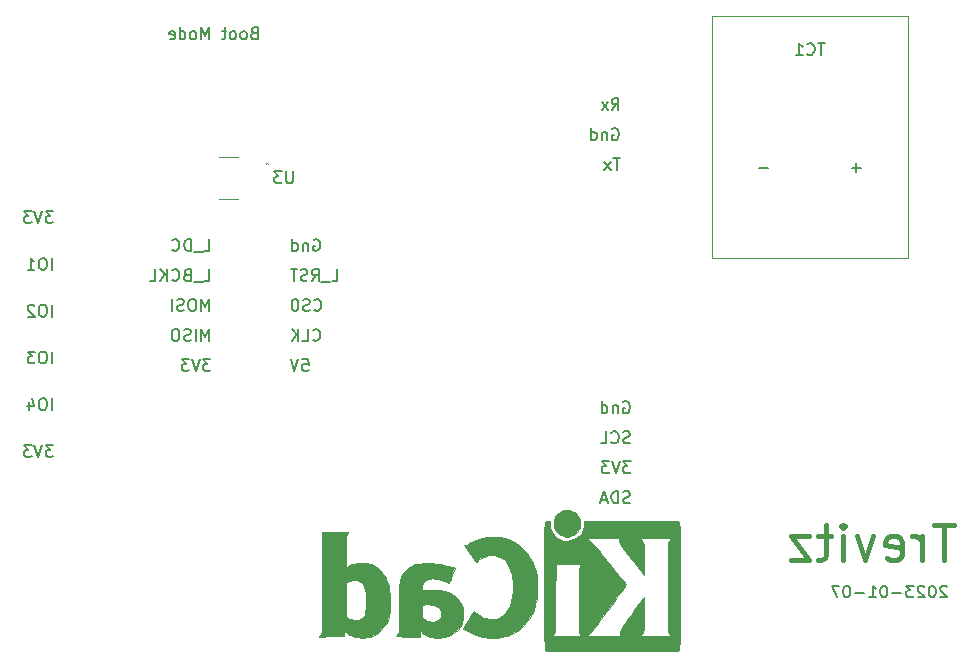
<source format=gbr>
%TF.GenerationSoftware,KiCad,Pcbnew,6.0.10+dfsg-2*%
%TF.CreationDate,2023-02-01T09:38:31-05:00*%
%TF.ProjectId,ParentsStove,50617265-6e74-4735-9374-6f76652e6b69,rev?*%
%TF.SameCoordinates,Original*%
%TF.FileFunction,Legend,Bot*%
%TF.FilePolarity,Positive*%
%FSLAX46Y46*%
G04 Gerber Fmt 4.6, Leading zero omitted, Abs format (unit mm)*
G04 Created by KiCad (PCBNEW 6.0.10+dfsg-2) date 2023-02-01 09:38:31*
%MOMM*%
%LPD*%
G01*
G04 APERTURE LIST*
%ADD10C,0.150000*%
%ADD11C,0.400000*%
%ADD12C,0.100000*%
%ADD13C,0.120000*%
%ADD14C,0.010000*%
G04 APERTURE END LIST*
D10*
X183607142Y-127563619D02*
X183559523Y-127516000D01*
X183464285Y-127468380D01*
X183226190Y-127468380D01*
X183130952Y-127516000D01*
X183083333Y-127563619D01*
X183035714Y-127658857D01*
X183035714Y-127754095D01*
X183083333Y-127896952D01*
X183654761Y-128468380D01*
X183035714Y-128468380D01*
X182416666Y-127468380D02*
X182321428Y-127468380D01*
X182226190Y-127516000D01*
X182178571Y-127563619D01*
X182130952Y-127658857D01*
X182083333Y-127849333D01*
X182083333Y-128087428D01*
X182130952Y-128277904D01*
X182178571Y-128373142D01*
X182226190Y-128420761D01*
X182321428Y-128468380D01*
X182416666Y-128468380D01*
X182511904Y-128420761D01*
X182559523Y-128373142D01*
X182607142Y-128277904D01*
X182654761Y-128087428D01*
X182654761Y-127849333D01*
X182607142Y-127658857D01*
X182559523Y-127563619D01*
X182511904Y-127516000D01*
X182416666Y-127468380D01*
X181702380Y-127563619D02*
X181654761Y-127516000D01*
X181559523Y-127468380D01*
X181321428Y-127468380D01*
X181226190Y-127516000D01*
X181178571Y-127563619D01*
X181130952Y-127658857D01*
X181130952Y-127754095D01*
X181178571Y-127896952D01*
X181750000Y-128468380D01*
X181130952Y-128468380D01*
X180797619Y-127468380D02*
X180178571Y-127468380D01*
X180511904Y-127849333D01*
X180369047Y-127849333D01*
X180273809Y-127896952D01*
X180226190Y-127944571D01*
X180178571Y-128039809D01*
X180178571Y-128277904D01*
X180226190Y-128373142D01*
X180273809Y-128420761D01*
X180369047Y-128468380D01*
X180654761Y-128468380D01*
X180750000Y-128420761D01*
X180797619Y-128373142D01*
X179750000Y-128087428D02*
X178988095Y-128087428D01*
X178321428Y-127468380D02*
X178226190Y-127468380D01*
X178130952Y-127516000D01*
X178083333Y-127563619D01*
X178035714Y-127658857D01*
X177988095Y-127849333D01*
X177988095Y-128087428D01*
X178035714Y-128277904D01*
X178083333Y-128373142D01*
X178130952Y-128420761D01*
X178226190Y-128468380D01*
X178321428Y-128468380D01*
X178416666Y-128420761D01*
X178464285Y-128373142D01*
X178511904Y-128277904D01*
X178559523Y-128087428D01*
X178559523Y-127849333D01*
X178511904Y-127658857D01*
X178464285Y-127563619D01*
X178416666Y-127516000D01*
X178321428Y-127468380D01*
X177035714Y-128468380D02*
X177607142Y-128468380D01*
X177321428Y-128468380D02*
X177321428Y-127468380D01*
X177416666Y-127611238D01*
X177511904Y-127706476D01*
X177607142Y-127754095D01*
X176607142Y-128087428D02*
X175845238Y-128087428D01*
X175178571Y-127468380D02*
X175083333Y-127468380D01*
X174988095Y-127516000D01*
X174940476Y-127563619D01*
X174892857Y-127658857D01*
X174845238Y-127849333D01*
X174845238Y-128087428D01*
X174892857Y-128277904D01*
X174940476Y-128373142D01*
X174988095Y-128420761D01*
X175083333Y-128468380D01*
X175178571Y-128468380D01*
X175273809Y-128420761D01*
X175321428Y-128373142D01*
X175369047Y-128277904D01*
X175416666Y-128087428D01*
X175416666Y-127849333D01*
X175369047Y-127658857D01*
X175321428Y-127563619D01*
X175273809Y-127516000D01*
X175178571Y-127468380D01*
X174511904Y-127468380D02*
X173845238Y-127468380D01*
X174273809Y-128468380D01*
X120683214Y-99126380D02*
X121159404Y-99126380D01*
X121159404Y-98126380D01*
X120587976Y-99221619D02*
X119826071Y-99221619D01*
X119587976Y-99126380D02*
X119587976Y-98126380D01*
X119349880Y-98126380D01*
X119207023Y-98174000D01*
X119111785Y-98269238D01*
X119064166Y-98364476D01*
X119016547Y-98554952D01*
X119016547Y-98697809D01*
X119064166Y-98888285D01*
X119111785Y-98983523D01*
X119207023Y-99078761D01*
X119349880Y-99126380D01*
X119587976Y-99126380D01*
X118016547Y-99031142D02*
X118064166Y-99078761D01*
X118207023Y-99126380D01*
X118302261Y-99126380D01*
X118445119Y-99078761D01*
X118540357Y-98983523D01*
X118587976Y-98888285D01*
X118635595Y-98697809D01*
X118635595Y-98554952D01*
X118587976Y-98364476D01*
X118540357Y-98269238D01*
X118445119Y-98174000D01*
X118302261Y-98126380D01*
X118207023Y-98126380D01*
X118064166Y-98174000D01*
X118016547Y-98221619D01*
X129942500Y-106651142D02*
X129990119Y-106698761D01*
X130132976Y-106746380D01*
X130228214Y-106746380D01*
X130371071Y-106698761D01*
X130466309Y-106603523D01*
X130513928Y-106508285D01*
X130561547Y-106317809D01*
X130561547Y-106174952D01*
X130513928Y-105984476D01*
X130466309Y-105889238D01*
X130371071Y-105794000D01*
X130228214Y-105746380D01*
X130132976Y-105746380D01*
X129990119Y-105794000D01*
X129942500Y-105841619D01*
X129037738Y-106746380D02*
X129513928Y-106746380D01*
X129513928Y-105746380D01*
X128704404Y-106746380D02*
X128704404Y-105746380D01*
X128132976Y-106746380D02*
X128561547Y-106174952D01*
X128132976Y-105746380D02*
X128704404Y-106317809D01*
X130037738Y-104111142D02*
X130085357Y-104158761D01*
X130228214Y-104206380D01*
X130323452Y-104206380D01*
X130466309Y-104158761D01*
X130561547Y-104063523D01*
X130609166Y-103968285D01*
X130656785Y-103777809D01*
X130656785Y-103634952D01*
X130609166Y-103444476D01*
X130561547Y-103349238D01*
X130466309Y-103254000D01*
X130323452Y-103206380D01*
X130228214Y-103206380D01*
X130085357Y-103254000D01*
X130037738Y-103301619D01*
X129656785Y-104158761D02*
X129513928Y-104206380D01*
X129275833Y-104206380D01*
X129180595Y-104158761D01*
X129132976Y-104111142D01*
X129085357Y-104015904D01*
X129085357Y-103920666D01*
X129132976Y-103825428D01*
X129180595Y-103777809D01*
X129275833Y-103730190D01*
X129466309Y-103682571D01*
X129561547Y-103634952D01*
X129609166Y-103587333D01*
X129656785Y-103492095D01*
X129656785Y-103396857D01*
X129609166Y-103301619D01*
X129561547Y-103254000D01*
X129466309Y-103206380D01*
X129228214Y-103206380D01*
X129085357Y-103254000D01*
X128466309Y-103206380D02*
X128371071Y-103206380D01*
X128275833Y-103254000D01*
X128228214Y-103301619D01*
X128180595Y-103396857D01*
X128132976Y-103587333D01*
X128132976Y-103825428D01*
X128180595Y-104015904D01*
X128228214Y-104111142D01*
X128275833Y-104158761D01*
X128371071Y-104206380D01*
X128466309Y-104206380D01*
X128561547Y-104158761D01*
X128609166Y-104111142D01*
X128656785Y-104015904D01*
X128704404Y-103825428D01*
X128704404Y-103587333D01*
X128656785Y-103396857D01*
X128609166Y-103301619D01*
X128561547Y-103254000D01*
X128466309Y-103206380D01*
X107919642Y-95768380D02*
X107300595Y-95768380D01*
X107633928Y-96149333D01*
X107491071Y-96149333D01*
X107395833Y-96196952D01*
X107348214Y-96244571D01*
X107300595Y-96339809D01*
X107300595Y-96577904D01*
X107348214Y-96673142D01*
X107395833Y-96720761D01*
X107491071Y-96768380D01*
X107776785Y-96768380D01*
X107872023Y-96720761D01*
X107919642Y-96673142D01*
X107014880Y-95768380D02*
X106681547Y-96768380D01*
X106348214Y-95768380D01*
X106110119Y-95768380D02*
X105491071Y-95768380D01*
X105824404Y-96149333D01*
X105681547Y-96149333D01*
X105586309Y-96196952D01*
X105538690Y-96244571D01*
X105491071Y-96339809D01*
X105491071Y-96577904D01*
X105538690Y-96673142D01*
X105586309Y-96720761D01*
X105681547Y-96768380D01*
X105967261Y-96768380D01*
X106062500Y-96720761D01*
X106110119Y-96673142D01*
X107824404Y-108648380D02*
X107824404Y-107648380D01*
X107157738Y-107648380D02*
X106967261Y-107648380D01*
X106872023Y-107696000D01*
X106776785Y-107791238D01*
X106729166Y-107981714D01*
X106729166Y-108315047D01*
X106776785Y-108505523D01*
X106872023Y-108600761D01*
X106967261Y-108648380D01*
X107157738Y-108648380D01*
X107252976Y-108600761D01*
X107348214Y-108505523D01*
X107395833Y-108315047D01*
X107395833Y-107981714D01*
X107348214Y-107791238D01*
X107252976Y-107696000D01*
X107157738Y-107648380D01*
X106395833Y-107648380D02*
X105776785Y-107648380D01*
X106110119Y-108029333D01*
X105967261Y-108029333D01*
X105872023Y-108076952D01*
X105824404Y-108124571D01*
X105776785Y-108219809D01*
X105776785Y-108457904D01*
X105824404Y-108553142D01*
X105872023Y-108600761D01*
X105967261Y-108648380D01*
X106252976Y-108648380D01*
X106348214Y-108600761D01*
X106395833Y-108553142D01*
X107919642Y-115568380D02*
X107300595Y-115568380D01*
X107633928Y-115949333D01*
X107491071Y-115949333D01*
X107395833Y-115996952D01*
X107348214Y-116044571D01*
X107300595Y-116139809D01*
X107300595Y-116377904D01*
X107348214Y-116473142D01*
X107395833Y-116520761D01*
X107491071Y-116568380D01*
X107776785Y-116568380D01*
X107872023Y-116520761D01*
X107919642Y-116473142D01*
X107014880Y-115568380D02*
X106681547Y-116568380D01*
X106348214Y-115568380D01*
X106110119Y-115568380D02*
X105491071Y-115568380D01*
X105824404Y-115949333D01*
X105681547Y-115949333D01*
X105586309Y-115996952D01*
X105538690Y-116044571D01*
X105491071Y-116139809D01*
X105491071Y-116377904D01*
X105538690Y-116473142D01*
X105586309Y-116520761D01*
X105681547Y-116568380D01*
X105967261Y-116568380D01*
X106062500Y-116520761D01*
X106110119Y-116473142D01*
X121159404Y-106746380D02*
X121159404Y-105746380D01*
X120826071Y-106460666D01*
X120492738Y-105746380D01*
X120492738Y-106746380D01*
X120016547Y-106746380D02*
X120016547Y-105746380D01*
X119587976Y-106698761D02*
X119445119Y-106746380D01*
X119207023Y-106746380D01*
X119111785Y-106698761D01*
X119064166Y-106651142D01*
X119016547Y-106555904D01*
X119016547Y-106460666D01*
X119064166Y-106365428D01*
X119111785Y-106317809D01*
X119207023Y-106270190D01*
X119397500Y-106222571D01*
X119492738Y-106174952D01*
X119540357Y-106127333D01*
X119587976Y-106032095D01*
X119587976Y-105936857D01*
X119540357Y-105841619D01*
X119492738Y-105794000D01*
X119397500Y-105746380D01*
X119159404Y-105746380D01*
X119016547Y-105794000D01*
X118397500Y-105746380D02*
X118207023Y-105746380D01*
X118111785Y-105794000D01*
X118016547Y-105889238D01*
X117968928Y-106079714D01*
X117968928Y-106413047D01*
X118016547Y-106603523D01*
X118111785Y-106698761D01*
X118207023Y-106746380D01*
X118397500Y-106746380D01*
X118492738Y-106698761D01*
X118587976Y-106603523D01*
X118635595Y-106413047D01*
X118635595Y-106079714D01*
X118587976Y-105889238D01*
X118492738Y-105794000D01*
X118397500Y-105746380D01*
X155947261Y-91288380D02*
X155375833Y-91288380D01*
X155661547Y-92288380D02*
X155661547Y-91288380D01*
X155137738Y-92288380D02*
X154613928Y-91621714D01*
X155137738Y-91621714D02*
X154613928Y-92288380D01*
X155232976Y-87208380D02*
X155566309Y-86732190D01*
X155804404Y-87208380D02*
X155804404Y-86208380D01*
X155423452Y-86208380D01*
X155328214Y-86256000D01*
X155280595Y-86303619D01*
X155232976Y-86398857D01*
X155232976Y-86541714D01*
X155280595Y-86636952D01*
X155328214Y-86684571D01*
X155423452Y-86732190D01*
X155804404Y-86732190D01*
X154899642Y-87208380D02*
X154375833Y-86541714D01*
X154899642Y-86541714D02*
X154375833Y-87208380D01*
X156203595Y-111920000D02*
X156298833Y-111872380D01*
X156441690Y-111872380D01*
X156584547Y-111920000D01*
X156679785Y-112015238D01*
X156727404Y-112110476D01*
X156775023Y-112300952D01*
X156775023Y-112443809D01*
X156727404Y-112634285D01*
X156679785Y-112729523D01*
X156584547Y-112824761D01*
X156441690Y-112872380D01*
X156346452Y-112872380D01*
X156203595Y-112824761D01*
X156155976Y-112777142D01*
X156155976Y-112443809D01*
X156346452Y-112443809D01*
X155727404Y-112205714D02*
X155727404Y-112872380D01*
X155727404Y-112300952D02*
X155679785Y-112253333D01*
X155584547Y-112205714D01*
X155441690Y-112205714D01*
X155346452Y-112253333D01*
X155298833Y-112348571D01*
X155298833Y-112872380D01*
X154394071Y-112872380D02*
X154394071Y-111872380D01*
X154394071Y-112824761D02*
X154489309Y-112872380D01*
X154679785Y-112872380D01*
X154775023Y-112824761D01*
X154822642Y-112777142D01*
X154870261Y-112681904D01*
X154870261Y-112396190D01*
X154822642Y-112300952D01*
X154775023Y-112253333D01*
X154679785Y-112205714D01*
X154489309Y-112205714D01*
X154394071Y-112253333D01*
X156822642Y-116952380D02*
X156203595Y-116952380D01*
X156536928Y-117333333D01*
X156394071Y-117333333D01*
X156298833Y-117380952D01*
X156251214Y-117428571D01*
X156203595Y-117523809D01*
X156203595Y-117761904D01*
X156251214Y-117857142D01*
X156298833Y-117904761D01*
X156394071Y-117952380D01*
X156679785Y-117952380D01*
X156775023Y-117904761D01*
X156822642Y-117857142D01*
X155917880Y-116952380D02*
X155584547Y-117952380D01*
X155251214Y-116952380D01*
X155013119Y-116952380D02*
X154394071Y-116952380D01*
X154727404Y-117333333D01*
X154584547Y-117333333D01*
X154489309Y-117380952D01*
X154441690Y-117428571D01*
X154394071Y-117523809D01*
X154394071Y-117761904D01*
X154441690Y-117857142D01*
X154489309Y-117904761D01*
X154584547Y-117952380D01*
X154870261Y-117952380D01*
X154965500Y-117904761D01*
X155013119Y-117857142D01*
X121254642Y-108286380D02*
X120635595Y-108286380D01*
X120968928Y-108667333D01*
X120826071Y-108667333D01*
X120730833Y-108714952D01*
X120683214Y-108762571D01*
X120635595Y-108857809D01*
X120635595Y-109095904D01*
X120683214Y-109191142D01*
X120730833Y-109238761D01*
X120826071Y-109286380D01*
X121111785Y-109286380D01*
X121207023Y-109238761D01*
X121254642Y-109191142D01*
X120349880Y-108286380D02*
X120016547Y-109286380D01*
X119683214Y-108286380D01*
X119445119Y-108286380D02*
X118826071Y-108286380D01*
X119159404Y-108667333D01*
X119016547Y-108667333D01*
X118921309Y-108714952D01*
X118873690Y-108762571D01*
X118826071Y-108857809D01*
X118826071Y-109095904D01*
X118873690Y-109191142D01*
X118921309Y-109238761D01*
X119016547Y-109286380D01*
X119302261Y-109286380D01*
X119397500Y-109238761D01*
X119445119Y-109191142D01*
X129037738Y-108286380D02*
X129513928Y-108286380D01*
X129561547Y-108762571D01*
X129513928Y-108714952D01*
X129418690Y-108667333D01*
X129180595Y-108667333D01*
X129085357Y-108714952D01*
X129037738Y-108762571D01*
X128990119Y-108857809D01*
X128990119Y-109095904D01*
X129037738Y-109191142D01*
X129085357Y-109238761D01*
X129180595Y-109286380D01*
X129418690Y-109286380D01*
X129513928Y-109238761D01*
X129561547Y-109191142D01*
X128704404Y-108286380D02*
X128371071Y-109286380D01*
X128037738Y-108286380D01*
X131513928Y-101666380D02*
X131990119Y-101666380D01*
X131990119Y-100666380D01*
X131418690Y-101761619D02*
X130656785Y-101761619D01*
X129847261Y-101666380D02*
X130180595Y-101190190D01*
X130418690Y-101666380D02*
X130418690Y-100666380D01*
X130037738Y-100666380D01*
X129942500Y-100714000D01*
X129894880Y-100761619D01*
X129847261Y-100856857D01*
X129847261Y-100999714D01*
X129894880Y-101094952D01*
X129942500Y-101142571D01*
X130037738Y-101190190D01*
X130418690Y-101190190D01*
X129466309Y-101618761D02*
X129323452Y-101666380D01*
X129085357Y-101666380D01*
X128990119Y-101618761D01*
X128942500Y-101571142D01*
X128894880Y-101475904D01*
X128894880Y-101380666D01*
X128942500Y-101285428D01*
X128990119Y-101237809D01*
X129085357Y-101190190D01*
X129275833Y-101142571D01*
X129371071Y-101094952D01*
X129418690Y-101047333D01*
X129466309Y-100952095D01*
X129466309Y-100856857D01*
X129418690Y-100761619D01*
X129371071Y-100714000D01*
X129275833Y-100666380D01*
X129037738Y-100666380D01*
X128894880Y-100714000D01*
X128609166Y-100666380D02*
X128037738Y-100666380D01*
X128323452Y-101666380D02*
X128323452Y-100666380D01*
X107824404Y-100728380D02*
X107824404Y-99728380D01*
X107157738Y-99728380D02*
X106967261Y-99728380D01*
X106872023Y-99776000D01*
X106776785Y-99871238D01*
X106729166Y-100061714D01*
X106729166Y-100395047D01*
X106776785Y-100585523D01*
X106872023Y-100680761D01*
X106967261Y-100728380D01*
X107157738Y-100728380D01*
X107252976Y-100680761D01*
X107348214Y-100585523D01*
X107395833Y-100395047D01*
X107395833Y-100061714D01*
X107348214Y-99871238D01*
X107252976Y-99776000D01*
X107157738Y-99728380D01*
X105776785Y-100728380D02*
X106348214Y-100728380D01*
X106062500Y-100728380D02*
X106062500Y-99728380D01*
X106157738Y-99871238D01*
X106252976Y-99966476D01*
X106348214Y-100014095D01*
X156775023Y-120444761D02*
X156632166Y-120492380D01*
X156394071Y-120492380D01*
X156298833Y-120444761D01*
X156251214Y-120397142D01*
X156203595Y-120301904D01*
X156203595Y-120206666D01*
X156251214Y-120111428D01*
X156298833Y-120063809D01*
X156394071Y-120016190D01*
X156584547Y-119968571D01*
X156679785Y-119920952D01*
X156727404Y-119873333D01*
X156775023Y-119778095D01*
X156775023Y-119682857D01*
X156727404Y-119587619D01*
X156679785Y-119540000D01*
X156584547Y-119492380D01*
X156346452Y-119492380D01*
X156203595Y-119540000D01*
X155775023Y-120492380D02*
X155775023Y-119492380D01*
X155536928Y-119492380D01*
X155394071Y-119540000D01*
X155298833Y-119635238D01*
X155251214Y-119730476D01*
X155203595Y-119920952D01*
X155203595Y-120063809D01*
X155251214Y-120254285D01*
X155298833Y-120349523D01*
X155394071Y-120444761D01*
X155536928Y-120492380D01*
X155775023Y-120492380D01*
X154822642Y-120206666D02*
X154346452Y-120206666D01*
X154917880Y-120492380D02*
X154584547Y-119492380D01*
X154251214Y-120492380D01*
X120683214Y-101666380D02*
X121159404Y-101666380D01*
X121159404Y-100666380D01*
X120587976Y-101761619D02*
X119826071Y-101761619D01*
X119254642Y-101142571D02*
X119111785Y-101190190D01*
X119064166Y-101237809D01*
X119016547Y-101333047D01*
X119016547Y-101475904D01*
X119064166Y-101571142D01*
X119111785Y-101618761D01*
X119207023Y-101666380D01*
X119587976Y-101666380D01*
X119587976Y-100666380D01*
X119254642Y-100666380D01*
X119159404Y-100714000D01*
X119111785Y-100761619D01*
X119064166Y-100856857D01*
X119064166Y-100952095D01*
X119111785Y-101047333D01*
X119159404Y-101094952D01*
X119254642Y-101142571D01*
X119587976Y-101142571D01*
X118016547Y-101571142D02*
X118064166Y-101618761D01*
X118207023Y-101666380D01*
X118302261Y-101666380D01*
X118445119Y-101618761D01*
X118540357Y-101523523D01*
X118587976Y-101428285D01*
X118635595Y-101237809D01*
X118635595Y-101094952D01*
X118587976Y-100904476D01*
X118540357Y-100809238D01*
X118445119Y-100714000D01*
X118302261Y-100666380D01*
X118207023Y-100666380D01*
X118064166Y-100714000D01*
X118016547Y-100761619D01*
X117587976Y-101666380D02*
X117587976Y-100666380D01*
X117016547Y-101666380D02*
X117445119Y-101094952D01*
X117016547Y-100666380D02*
X117587976Y-101237809D01*
X116111785Y-101666380D02*
X116587976Y-101666380D01*
X116587976Y-100666380D01*
D11*
X184250000Y-122309142D02*
X182535714Y-122309142D01*
X183392857Y-125309142D02*
X183392857Y-122309142D01*
X181535714Y-125309142D02*
X181535714Y-123309142D01*
X181535714Y-123880571D02*
X181392857Y-123594857D01*
X181250000Y-123452000D01*
X180964285Y-123309142D01*
X180678571Y-123309142D01*
X178535714Y-125166285D02*
X178821428Y-125309142D01*
X179392857Y-125309142D01*
X179678571Y-125166285D01*
X179821428Y-124880571D01*
X179821428Y-123737714D01*
X179678571Y-123452000D01*
X179392857Y-123309142D01*
X178821428Y-123309142D01*
X178535714Y-123452000D01*
X178392857Y-123737714D01*
X178392857Y-124023428D01*
X179821428Y-124309142D01*
X177392857Y-123309142D02*
X176678571Y-125309142D01*
X175964285Y-123309142D01*
X174821428Y-125309142D02*
X174821428Y-123309142D01*
X174821428Y-122309142D02*
X174964285Y-122452000D01*
X174821428Y-122594857D01*
X174678571Y-122452000D01*
X174821428Y-122309142D01*
X174821428Y-122594857D01*
X173821428Y-123309142D02*
X172678571Y-123309142D01*
X173392857Y-122309142D02*
X173392857Y-124880571D01*
X173250000Y-125166285D01*
X172964285Y-125309142D01*
X172678571Y-125309142D01*
X171964285Y-123309142D02*
X170392857Y-123309142D01*
X171964285Y-125309142D01*
X170392857Y-125309142D01*
D10*
X124944761Y-80684571D02*
X124801904Y-80732190D01*
X124754285Y-80779809D01*
X124706666Y-80875047D01*
X124706666Y-81017904D01*
X124754285Y-81113142D01*
X124801904Y-81160761D01*
X124897142Y-81208380D01*
X125278095Y-81208380D01*
X125278095Y-80208380D01*
X124944761Y-80208380D01*
X124849523Y-80256000D01*
X124801904Y-80303619D01*
X124754285Y-80398857D01*
X124754285Y-80494095D01*
X124801904Y-80589333D01*
X124849523Y-80636952D01*
X124944761Y-80684571D01*
X125278095Y-80684571D01*
X124135238Y-81208380D02*
X124230476Y-81160761D01*
X124278095Y-81113142D01*
X124325714Y-81017904D01*
X124325714Y-80732190D01*
X124278095Y-80636952D01*
X124230476Y-80589333D01*
X124135238Y-80541714D01*
X123992380Y-80541714D01*
X123897142Y-80589333D01*
X123849523Y-80636952D01*
X123801904Y-80732190D01*
X123801904Y-81017904D01*
X123849523Y-81113142D01*
X123897142Y-81160761D01*
X123992380Y-81208380D01*
X124135238Y-81208380D01*
X123230476Y-81208380D02*
X123325714Y-81160761D01*
X123373333Y-81113142D01*
X123420952Y-81017904D01*
X123420952Y-80732190D01*
X123373333Y-80636952D01*
X123325714Y-80589333D01*
X123230476Y-80541714D01*
X123087619Y-80541714D01*
X122992380Y-80589333D01*
X122944761Y-80636952D01*
X122897142Y-80732190D01*
X122897142Y-81017904D01*
X122944761Y-81113142D01*
X122992380Y-81160761D01*
X123087619Y-81208380D01*
X123230476Y-81208380D01*
X122611428Y-80541714D02*
X122230476Y-80541714D01*
X122468571Y-80208380D02*
X122468571Y-81065523D01*
X122420952Y-81160761D01*
X122325714Y-81208380D01*
X122230476Y-81208380D01*
X121135238Y-81208380D02*
X121135238Y-80208380D01*
X120801904Y-80922666D01*
X120468571Y-80208380D01*
X120468571Y-81208380D01*
X119849523Y-81208380D02*
X119944761Y-81160761D01*
X119992380Y-81113142D01*
X120040000Y-81017904D01*
X120040000Y-80732190D01*
X119992380Y-80636952D01*
X119944761Y-80589333D01*
X119849523Y-80541714D01*
X119706666Y-80541714D01*
X119611428Y-80589333D01*
X119563809Y-80636952D01*
X119516190Y-80732190D01*
X119516190Y-81017904D01*
X119563809Y-81113142D01*
X119611428Y-81160761D01*
X119706666Y-81208380D01*
X119849523Y-81208380D01*
X118659047Y-81208380D02*
X118659047Y-80208380D01*
X118659047Y-81160761D02*
X118754285Y-81208380D01*
X118944761Y-81208380D01*
X119040000Y-81160761D01*
X119087619Y-81113142D01*
X119135238Y-81017904D01*
X119135238Y-80732190D01*
X119087619Y-80636952D01*
X119040000Y-80589333D01*
X118944761Y-80541714D01*
X118754285Y-80541714D01*
X118659047Y-80589333D01*
X117801904Y-81160761D02*
X117897142Y-81208380D01*
X118087619Y-81208380D01*
X118182857Y-81160761D01*
X118230476Y-81065523D01*
X118230476Y-80684571D01*
X118182857Y-80589333D01*
X118087619Y-80541714D01*
X117897142Y-80541714D01*
X117801904Y-80589333D01*
X117754285Y-80684571D01*
X117754285Y-80779809D01*
X118230476Y-80875047D01*
X129990119Y-98174000D02*
X130085357Y-98126380D01*
X130228214Y-98126380D01*
X130371071Y-98174000D01*
X130466309Y-98269238D01*
X130513928Y-98364476D01*
X130561547Y-98554952D01*
X130561547Y-98697809D01*
X130513928Y-98888285D01*
X130466309Y-98983523D01*
X130371071Y-99078761D01*
X130228214Y-99126380D01*
X130132976Y-99126380D01*
X129990119Y-99078761D01*
X129942500Y-99031142D01*
X129942500Y-98697809D01*
X130132976Y-98697809D01*
X129513928Y-98459714D02*
X129513928Y-99126380D01*
X129513928Y-98554952D02*
X129466309Y-98507333D01*
X129371071Y-98459714D01*
X129228214Y-98459714D01*
X129132976Y-98507333D01*
X129085357Y-98602571D01*
X129085357Y-99126380D01*
X128180595Y-99126380D02*
X128180595Y-98126380D01*
X128180595Y-99078761D02*
X128275833Y-99126380D01*
X128466309Y-99126380D01*
X128561547Y-99078761D01*
X128609166Y-99031142D01*
X128656785Y-98935904D01*
X128656785Y-98650190D01*
X128609166Y-98554952D01*
X128561547Y-98507333D01*
X128466309Y-98459714D01*
X128275833Y-98459714D01*
X128180595Y-98507333D01*
X155280595Y-88796000D02*
X155375833Y-88748380D01*
X155518690Y-88748380D01*
X155661547Y-88796000D01*
X155756785Y-88891238D01*
X155804404Y-88986476D01*
X155852023Y-89176952D01*
X155852023Y-89319809D01*
X155804404Y-89510285D01*
X155756785Y-89605523D01*
X155661547Y-89700761D01*
X155518690Y-89748380D01*
X155423452Y-89748380D01*
X155280595Y-89700761D01*
X155232976Y-89653142D01*
X155232976Y-89319809D01*
X155423452Y-89319809D01*
X154804404Y-89081714D02*
X154804404Y-89748380D01*
X154804404Y-89176952D02*
X154756785Y-89129333D01*
X154661547Y-89081714D01*
X154518690Y-89081714D01*
X154423452Y-89129333D01*
X154375833Y-89224571D01*
X154375833Y-89748380D01*
X153471071Y-89748380D02*
X153471071Y-88748380D01*
X153471071Y-89700761D02*
X153566309Y-89748380D01*
X153756785Y-89748380D01*
X153852023Y-89700761D01*
X153899642Y-89653142D01*
X153947261Y-89557904D01*
X153947261Y-89272190D01*
X153899642Y-89176952D01*
X153852023Y-89129333D01*
X153756785Y-89081714D01*
X153566309Y-89081714D01*
X153471071Y-89129333D01*
X107824404Y-112608380D02*
X107824404Y-111608380D01*
X107157738Y-111608380D02*
X106967261Y-111608380D01*
X106872023Y-111656000D01*
X106776785Y-111751238D01*
X106729166Y-111941714D01*
X106729166Y-112275047D01*
X106776785Y-112465523D01*
X106872023Y-112560761D01*
X106967261Y-112608380D01*
X107157738Y-112608380D01*
X107252976Y-112560761D01*
X107348214Y-112465523D01*
X107395833Y-112275047D01*
X107395833Y-111941714D01*
X107348214Y-111751238D01*
X107252976Y-111656000D01*
X107157738Y-111608380D01*
X105872023Y-111941714D02*
X105872023Y-112608380D01*
X106110119Y-111560761D02*
X106348214Y-112275047D01*
X105729166Y-112275047D01*
X121159404Y-104206380D02*
X121159404Y-103206380D01*
X120826071Y-103920666D01*
X120492738Y-103206380D01*
X120492738Y-104206380D01*
X119826071Y-103206380D02*
X119635595Y-103206380D01*
X119540357Y-103254000D01*
X119445119Y-103349238D01*
X119397500Y-103539714D01*
X119397500Y-103873047D01*
X119445119Y-104063523D01*
X119540357Y-104158761D01*
X119635595Y-104206380D01*
X119826071Y-104206380D01*
X119921309Y-104158761D01*
X120016547Y-104063523D01*
X120064166Y-103873047D01*
X120064166Y-103539714D01*
X120016547Y-103349238D01*
X119921309Y-103254000D01*
X119826071Y-103206380D01*
X119016547Y-104158761D02*
X118873690Y-104206380D01*
X118635595Y-104206380D01*
X118540357Y-104158761D01*
X118492738Y-104111142D01*
X118445119Y-104015904D01*
X118445119Y-103920666D01*
X118492738Y-103825428D01*
X118540357Y-103777809D01*
X118635595Y-103730190D01*
X118826071Y-103682571D01*
X118921309Y-103634952D01*
X118968928Y-103587333D01*
X119016547Y-103492095D01*
X119016547Y-103396857D01*
X118968928Y-103301619D01*
X118921309Y-103254000D01*
X118826071Y-103206380D01*
X118587976Y-103206380D01*
X118445119Y-103254000D01*
X118016547Y-104206380D02*
X118016547Y-103206380D01*
X156775023Y-115364761D02*
X156632166Y-115412380D01*
X156394071Y-115412380D01*
X156298833Y-115364761D01*
X156251214Y-115317142D01*
X156203595Y-115221904D01*
X156203595Y-115126666D01*
X156251214Y-115031428D01*
X156298833Y-114983809D01*
X156394071Y-114936190D01*
X156584547Y-114888571D01*
X156679785Y-114840952D01*
X156727404Y-114793333D01*
X156775023Y-114698095D01*
X156775023Y-114602857D01*
X156727404Y-114507619D01*
X156679785Y-114460000D01*
X156584547Y-114412380D01*
X156346452Y-114412380D01*
X156203595Y-114460000D01*
X155203595Y-115317142D02*
X155251214Y-115364761D01*
X155394071Y-115412380D01*
X155489309Y-115412380D01*
X155632166Y-115364761D01*
X155727404Y-115269523D01*
X155775023Y-115174285D01*
X155822642Y-114983809D01*
X155822642Y-114840952D01*
X155775023Y-114650476D01*
X155727404Y-114555238D01*
X155632166Y-114460000D01*
X155489309Y-114412380D01*
X155394071Y-114412380D01*
X155251214Y-114460000D01*
X155203595Y-114507619D01*
X154298833Y-115412380D02*
X154775023Y-115412380D01*
X154775023Y-114412380D01*
X107824404Y-104688380D02*
X107824404Y-103688380D01*
X107157738Y-103688380D02*
X106967261Y-103688380D01*
X106872023Y-103736000D01*
X106776785Y-103831238D01*
X106729166Y-104021714D01*
X106729166Y-104355047D01*
X106776785Y-104545523D01*
X106872023Y-104640761D01*
X106967261Y-104688380D01*
X107157738Y-104688380D01*
X107252976Y-104640761D01*
X107348214Y-104545523D01*
X107395833Y-104355047D01*
X107395833Y-104021714D01*
X107348214Y-103831238D01*
X107252976Y-103736000D01*
X107157738Y-103688380D01*
X106348214Y-103783619D02*
X106300595Y-103736000D01*
X106205357Y-103688380D01*
X105967261Y-103688380D01*
X105872023Y-103736000D01*
X105824404Y-103783619D01*
X105776785Y-103878857D01*
X105776785Y-103974095D01*
X105824404Y-104116952D01*
X106395833Y-104688380D01*
X105776785Y-104688380D01*
%TO.C,U3*%
X128251904Y-92402380D02*
X128251904Y-93211904D01*
X128204285Y-93307142D01*
X128156666Y-93354761D01*
X128061428Y-93402380D01*
X127870952Y-93402380D01*
X127775714Y-93354761D01*
X127728095Y-93307142D01*
X127680476Y-93211904D01*
X127680476Y-92402380D01*
X127299523Y-92402380D02*
X126680476Y-92402380D01*
X127013809Y-92783333D01*
X126870952Y-92783333D01*
X126775714Y-92830952D01*
X126728095Y-92878571D01*
X126680476Y-92973809D01*
X126680476Y-93211904D01*
X126728095Y-93307142D01*
X126775714Y-93354761D01*
X126870952Y-93402380D01*
X127156666Y-93402380D01*
X127251904Y-93354761D01*
X127299523Y-93307142D01*
%TO.C,TC1*%
X173261904Y-81552380D02*
X172690476Y-81552380D01*
X172976190Y-82552380D02*
X172976190Y-81552380D01*
X171785714Y-82457142D02*
X171833333Y-82504761D01*
X171976190Y-82552380D01*
X172071428Y-82552380D01*
X172214285Y-82504761D01*
X172309523Y-82409523D01*
X172357142Y-82314285D01*
X172404761Y-82123809D01*
X172404761Y-81980952D01*
X172357142Y-81790476D01*
X172309523Y-81695238D01*
X172214285Y-81600000D01*
X172071428Y-81552380D01*
X171976190Y-81552380D01*
X171833333Y-81600000D01*
X171785714Y-81647619D01*
X170833333Y-82552380D02*
X171404761Y-82552380D01*
X171119047Y-82552380D02*
X171119047Y-81552380D01*
X171214285Y-81695238D01*
X171309523Y-81790476D01*
X171404761Y-81838095D01*
X176320952Y-92071428D02*
X175559047Y-92071428D01*
X175940000Y-92452380D02*
X175940000Y-91690476D01*
X168430952Y-92071428D02*
X167669047Y-92071428D01*
D12*
%TO.C,U3*%
X125990000Y-91750000D02*
X125990000Y-91750000D01*
X121990000Y-91200000D02*
X123590000Y-91200000D01*
X121990000Y-94700000D02*
X123590000Y-94700000D01*
X126090000Y-91750000D02*
X126090000Y-91750000D01*
X125990000Y-91750000D02*
G75*
G03*
X126090000Y-91750000I50000J0D01*
G01*
X126090000Y-91750000D02*
G75*
G03*
X125990000Y-91750000I-50000J0D01*
G01*
D13*
%TO.C,TC1*%
X180300000Y-79250000D02*
X163700000Y-79250000D01*
X163700000Y-79250000D02*
X163700000Y-99750000D01*
X163700000Y-99750000D02*
X180300000Y-99750000D01*
X180300000Y-99750000D02*
X180300000Y-79250000D01*
%TO.C,PS1*%
G36*
X136481782Y-129279791D02*
G01*
X136465211Y-129502690D01*
X136436582Y-129707867D01*
X136394611Y-129907445D01*
X136338016Y-130113548D01*
X136252194Y-130359904D01*
X136094570Y-130692472D01*
X135901222Y-130990351D01*
X135675108Y-131250726D01*
X135419186Y-131470780D01*
X135136413Y-131647700D01*
X134829747Y-131778669D01*
X134502147Y-131860873D01*
X134498205Y-131861532D01*
X134258789Y-131884569D01*
X133995734Y-131881494D01*
X133727793Y-131854204D01*
X133473726Y-131804595D01*
X133252287Y-131734561D01*
X133157769Y-131691943D01*
X133034669Y-131627167D01*
X132908175Y-131553080D01*
X132791487Y-131477837D01*
X132697803Y-131409591D01*
X132640323Y-131356498D01*
X132627128Y-131341922D01*
X132611397Y-131336827D01*
X132600883Y-131362122D01*
X132593135Y-131425873D01*
X132585699Y-131536142D01*
X132572044Y-131765914D01*
X131526024Y-131773068D01*
X130480004Y-131780221D01*
X130552381Y-131656720D01*
X130556695Y-131649418D01*
X130577742Y-131615141D01*
X130596835Y-131584604D01*
X130614077Y-131555156D01*
X130629572Y-131524143D01*
X130643421Y-131488912D01*
X130655728Y-131446811D01*
X130666595Y-131395187D01*
X130676125Y-131331386D01*
X130684420Y-131252756D01*
X130691584Y-131156644D01*
X130697720Y-131040398D01*
X130702929Y-130901363D01*
X130707315Y-130736887D01*
X130710980Y-130544318D01*
X130714028Y-130321002D01*
X130716486Y-130071805D01*
X132708603Y-130071805D01*
X132845162Y-130161376D01*
X132897677Y-130193643D01*
X133017925Y-130258102D01*
X133131936Y-130309433D01*
X133181866Y-130326813D01*
X133340739Y-130361510D01*
X133541613Y-130379228D01*
X133643758Y-130382915D01*
X133738573Y-130382077D01*
X133809153Y-130372607D01*
X133872460Y-130351909D01*
X133945454Y-130317385D01*
X134085734Y-130224906D01*
X134207262Y-130094086D01*
X134304542Y-129925502D01*
X134378497Y-129716510D01*
X134430054Y-129464467D01*
X134460138Y-129166732D01*
X134469675Y-128820662D01*
X134469211Y-128741984D01*
X134455500Y-128377441D01*
X134422207Y-128060239D01*
X134368523Y-127787031D01*
X134293636Y-127554471D01*
X134196738Y-127359211D01*
X134077019Y-127197906D01*
X134027351Y-127148676D01*
X133873423Y-127046113D01*
X133692727Y-126983701D01*
X133493091Y-126961796D01*
X133282342Y-126980751D01*
X133068308Y-127040923D01*
X132858818Y-127142665D01*
X132708603Y-127232706D01*
X132708603Y-130071805D01*
X130716486Y-130071805D01*
X130716560Y-130064286D01*
X130718680Y-129771519D01*
X130720491Y-129440045D01*
X130722094Y-129067214D01*
X130723594Y-128650371D01*
X130725092Y-128186864D01*
X130726692Y-127674041D01*
X130728495Y-127109247D01*
X130742151Y-122944193D01*
X131827796Y-122937052D01*
X131906746Y-122936571D01*
X132139033Y-122935618D01*
X132351494Y-122935424D01*
X132538331Y-122935951D01*
X132693743Y-122937158D01*
X132811931Y-122939006D01*
X132887097Y-122941455D01*
X132913441Y-122944466D01*
X132910071Y-122954008D01*
X132884929Y-122999245D01*
X132843287Y-123065031D01*
X132839133Y-123071321D01*
X132806846Y-123122115D01*
X132779775Y-123171536D01*
X132757461Y-123224674D01*
X132739445Y-123286620D01*
X132725267Y-123362465D01*
X132714469Y-123457299D01*
X132706591Y-123576212D01*
X132701175Y-123724296D01*
X132697762Y-123906641D01*
X132695892Y-124128337D01*
X132695106Y-124394476D01*
X132694947Y-124710147D01*
X132695233Y-124956607D01*
X132696109Y-125198574D01*
X132697512Y-125417973D01*
X132699379Y-125609462D01*
X132701645Y-125767698D01*
X132704247Y-125887339D01*
X132707121Y-125963041D01*
X132710204Y-125989462D01*
X132720147Y-125985361D01*
X132763856Y-125956484D01*
X132826279Y-125909058D01*
X132916776Y-125845280D01*
X133086805Y-125751307D01*
X133281143Y-125667482D01*
X133481648Y-125602295D01*
X133650108Y-125569055D01*
X133859916Y-125547866D01*
X134086986Y-125540525D01*
X134313795Y-125547041D01*
X134522822Y-125567422D01*
X134696541Y-125601678D01*
X134873426Y-125659382D01*
X135168513Y-125799268D01*
X135441741Y-125985237D01*
X135688070Y-126213007D01*
X135902460Y-126478296D01*
X136079869Y-126776822D01*
X136123913Y-126868363D01*
X136247339Y-127177137D01*
X136343836Y-127512257D01*
X136414622Y-127879628D01*
X136460918Y-128285158D01*
X136483942Y-128734756D01*
X136485011Y-128820662D01*
X136487577Y-129027045D01*
X136481782Y-129279791D01*
G37*
D14*
X136481782Y-129279791D02*
X136465211Y-129502690D01*
X136436582Y-129707867D01*
X136394611Y-129907445D01*
X136338016Y-130113548D01*
X136252194Y-130359904D01*
X136094570Y-130692472D01*
X135901222Y-130990351D01*
X135675108Y-131250726D01*
X135419186Y-131470780D01*
X135136413Y-131647700D01*
X134829747Y-131778669D01*
X134502147Y-131860873D01*
X134498205Y-131861532D01*
X134258789Y-131884569D01*
X133995734Y-131881494D01*
X133727793Y-131854204D01*
X133473726Y-131804595D01*
X133252287Y-131734561D01*
X133157769Y-131691943D01*
X133034669Y-131627167D01*
X132908175Y-131553080D01*
X132791487Y-131477837D01*
X132697803Y-131409591D01*
X132640323Y-131356498D01*
X132627128Y-131341922D01*
X132611397Y-131336827D01*
X132600883Y-131362122D01*
X132593135Y-131425873D01*
X132585699Y-131536142D01*
X132572044Y-131765914D01*
X131526024Y-131773068D01*
X130480004Y-131780221D01*
X130552381Y-131656720D01*
X130556695Y-131649418D01*
X130577742Y-131615141D01*
X130596835Y-131584604D01*
X130614077Y-131555156D01*
X130629572Y-131524143D01*
X130643421Y-131488912D01*
X130655728Y-131446811D01*
X130666595Y-131395187D01*
X130676125Y-131331386D01*
X130684420Y-131252756D01*
X130691584Y-131156644D01*
X130697720Y-131040398D01*
X130702929Y-130901363D01*
X130707315Y-130736887D01*
X130710980Y-130544318D01*
X130714028Y-130321002D01*
X130716486Y-130071805D01*
X132708603Y-130071805D01*
X132845162Y-130161376D01*
X132897677Y-130193643D01*
X133017925Y-130258102D01*
X133131936Y-130309433D01*
X133181866Y-130326813D01*
X133340739Y-130361510D01*
X133541613Y-130379228D01*
X133643758Y-130382915D01*
X133738573Y-130382077D01*
X133809153Y-130372607D01*
X133872460Y-130351909D01*
X133945454Y-130317385D01*
X134085734Y-130224906D01*
X134207262Y-130094086D01*
X134304542Y-129925502D01*
X134378497Y-129716510D01*
X134430054Y-129464467D01*
X134460138Y-129166732D01*
X134469675Y-128820662D01*
X134469211Y-128741984D01*
X134455500Y-128377441D01*
X134422207Y-128060239D01*
X134368523Y-127787031D01*
X134293636Y-127554471D01*
X134196738Y-127359211D01*
X134077019Y-127197906D01*
X134027351Y-127148676D01*
X133873423Y-127046113D01*
X133692727Y-126983701D01*
X133493091Y-126961796D01*
X133282342Y-126980751D01*
X133068308Y-127040923D01*
X132858818Y-127142665D01*
X132708603Y-127232706D01*
X132708603Y-130071805D01*
X130716486Y-130071805D01*
X130716560Y-130064286D01*
X130718680Y-129771519D01*
X130720491Y-129440045D01*
X130722094Y-129067214D01*
X130723594Y-128650371D01*
X130725092Y-128186864D01*
X130726692Y-127674041D01*
X130728495Y-127109247D01*
X130742151Y-122944193D01*
X131827796Y-122937052D01*
X131906746Y-122936571D01*
X132139033Y-122935618D01*
X132351494Y-122935424D01*
X132538331Y-122935951D01*
X132693743Y-122937158D01*
X132811931Y-122939006D01*
X132887097Y-122941455D01*
X132913441Y-122944466D01*
X132910071Y-122954008D01*
X132884929Y-122999245D01*
X132843287Y-123065031D01*
X132839133Y-123071321D01*
X132806846Y-123122115D01*
X132779775Y-123171536D01*
X132757461Y-123224674D01*
X132739445Y-123286620D01*
X132725267Y-123362465D01*
X132714469Y-123457299D01*
X132706591Y-123576212D01*
X132701175Y-123724296D01*
X132697762Y-123906641D01*
X132695892Y-124128337D01*
X132695106Y-124394476D01*
X132694947Y-124710147D01*
X132695233Y-124956607D01*
X132696109Y-125198574D01*
X132697512Y-125417973D01*
X132699379Y-125609462D01*
X132701645Y-125767698D01*
X132704247Y-125887339D01*
X132707121Y-125963041D01*
X132710204Y-125989462D01*
X132720147Y-125985361D01*
X132763856Y-125956484D01*
X132826279Y-125909058D01*
X132916776Y-125845280D01*
X133086805Y-125751307D01*
X133281143Y-125667482D01*
X133481648Y-125602295D01*
X133650108Y-125569055D01*
X133859916Y-125547866D01*
X134086986Y-125540525D01*
X134313795Y-125547041D01*
X134522822Y-125567422D01*
X134696541Y-125601678D01*
X134873426Y-125659382D01*
X135168513Y-125799268D01*
X135441741Y-125985237D01*
X135688070Y-126213007D01*
X135902460Y-126478296D01*
X136079869Y-126776822D01*
X136123913Y-126868363D01*
X136247339Y-127177137D01*
X136343836Y-127512257D01*
X136414622Y-127879628D01*
X136460918Y-128285158D01*
X136483942Y-128734756D01*
X136485011Y-128820662D01*
X136487577Y-129027045D01*
X136481782Y-129279791D01*
G36*
X160980735Y-132045348D02*
G01*
X160977245Y-132227789D01*
X160973005Y-132383135D01*
X160967945Y-132513644D01*
X160961994Y-132621574D01*
X160955080Y-132709185D01*
X160947133Y-132778733D01*
X160938080Y-132832479D01*
X160927852Y-132872679D01*
X160916377Y-132901594D01*
X160903584Y-132921480D01*
X160889402Y-132934597D01*
X160873760Y-132943203D01*
X160856587Y-132949557D01*
X160837812Y-132955916D01*
X160817363Y-132964540D01*
X160805857Y-132968862D01*
X160784752Y-132973581D01*
X160753391Y-132977905D01*
X160709558Y-132981851D01*
X160651034Y-132985436D01*
X160575600Y-132988678D01*
X160481037Y-132991594D01*
X160365127Y-132994201D01*
X160225652Y-132996516D01*
X160060394Y-132998557D01*
X159867133Y-133000341D01*
X159643652Y-133001886D01*
X159387732Y-133003209D01*
X159097154Y-133004327D01*
X158769700Y-133005258D01*
X158403151Y-133006018D01*
X157995290Y-133006626D01*
X157543897Y-133007098D01*
X157046755Y-133007453D01*
X156501644Y-133007706D01*
X155906347Y-133007876D01*
X155258644Y-133007980D01*
X155053389Y-133008000D01*
X154419743Y-133008013D01*
X153837856Y-133007934D01*
X153305535Y-133007745D01*
X152820588Y-133007432D01*
X152380822Y-133006979D01*
X151984047Y-133006369D01*
X151628068Y-133005587D01*
X151310694Y-133004617D01*
X151029734Y-133003443D01*
X150782993Y-133002049D01*
X150568281Y-133000419D01*
X150383406Y-132998537D01*
X150226174Y-132996387D01*
X150094394Y-132993954D01*
X149985873Y-132991221D01*
X149898420Y-132988173D01*
X149829842Y-132984793D01*
X149777946Y-132981066D01*
X149740541Y-132976976D01*
X149715434Y-132972506D01*
X149700434Y-132967642D01*
X149695661Y-132965477D01*
X149676123Y-132958366D01*
X149658206Y-132953173D01*
X149641837Y-132947636D01*
X149626943Y-132939493D01*
X149613453Y-132926484D01*
X149601293Y-132906346D01*
X149590390Y-132876818D01*
X149580673Y-132835638D01*
X149572068Y-132780544D01*
X149564502Y-132709275D01*
X149557904Y-132619569D01*
X149552200Y-132509164D01*
X149547318Y-132375800D01*
X149543185Y-132217213D01*
X149539729Y-132031143D01*
X149536876Y-131815328D01*
X149535940Y-131715391D01*
X150256153Y-131715391D01*
X150256943Y-131724961D01*
X150271430Y-131732717D01*
X150304162Y-131738849D01*
X150359685Y-131743546D01*
X150442548Y-131747000D01*
X150557298Y-131749400D01*
X150708482Y-131750935D01*
X150900647Y-131751797D01*
X151138341Y-131752174D01*
X151426111Y-131752258D01*
X152631548Y-131752258D01*
X152427742Y-131383548D01*
X152427742Y-126030430D01*
X152631548Y-125661720D01*
X150476871Y-125661720D01*
X150469081Y-128495322D01*
X150461291Y-131328925D01*
X150384908Y-131492055D01*
X150344637Y-131572910D01*
X150299036Y-131653907D01*
X150264599Y-131703721D01*
X150264513Y-131703817D01*
X150256153Y-131715391D01*
X149535940Y-131715391D01*
X149534555Y-131567506D01*
X149532693Y-131285415D01*
X149531216Y-130966795D01*
X149530053Y-130609382D01*
X149529131Y-130210917D01*
X149528376Y-129769136D01*
X149527717Y-129281778D01*
X149527081Y-128746582D01*
X149526395Y-128161287D01*
X149525587Y-127523629D01*
X149525482Y-127446433D01*
X149524581Y-126812817D01*
X149523719Y-126231298D01*
X149522960Y-125699614D01*
X149522368Y-125215502D01*
X149522007Y-124776700D01*
X149521940Y-124380946D01*
X149522232Y-124025975D01*
X149522947Y-123709527D01*
X149524147Y-123429337D01*
X149525897Y-123183144D01*
X149528260Y-122968684D01*
X149531302Y-122783696D01*
X149535084Y-122625916D01*
X149539671Y-122493082D01*
X149545127Y-122382930D01*
X149551516Y-122293199D01*
X149558901Y-122221626D01*
X149567346Y-122165947D01*
X149576915Y-122123901D01*
X149587672Y-122093225D01*
X149599681Y-122071655D01*
X149613005Y-122056930D01*
X149627708Y-122046787D01*
X149643855Y-122038962D01*
X149661508Y-122031194D01*
X149680731Y-122021219D01*
X149686356Y-122018040D01*
X149771470Y-121987273D01*
X149864645Y-121974628D01*
X149969678Y-121974632D01*
X149971428Y-122213606D01*
X149971872Y-122241106D01*
X150005256Y-122520643D01*
X150090284Y-122783661D01*
X150225773Y-123027376D01*
X150410543Y-123249001D01*
X150509696Y-123339393D01*
X150730469Y-123489217D01*
X150971353Y-123593697D01*
X151225333Y-123652776D01*
X151485393Y-123666399D01*
X151744517Y-123634510D01*
X151995690Y-123557052D01*
X152202166Y-123449462D01*
X153115998Y-123449462D01*
X153236171Y-123535921D01*
X153337805Y-123617180D01*
X153481016Y-123749720D01*
X153643452Y-123915830D01*
X153818963Y-124109180D01*
X154001398Y-124323441D01*
X154048379Y-124380738D01*
X154128366Y-124479010D01*
X154232921Y-124607939D01*
X154358579Y-124763221D01*
X154501877Y-124940554D01*
X154659350Y-125135633D01*
X154827536Y-125344157D01*
X155002969Y-125561821D01*
X155083435Y-125661720D01*
X155182187Y-125784323D01*
X155361726Y-126007359D01*
X155538121Y-126226627D01*
X155707909Y-126437822D01*
X155867626Y-126636643D01*
X156013808Y-126818784D01*
X156142992Y-126979945D01*
X156251713Y-127115820D01*
X156336508Y-127222108D01*
X156393913Y-127294504D01*
X156420464Y-127328706D01*
X156422655Y-127341559D01*
X156415366Y-127366004D01*
X156396477Y-127404463D01*
X156364103Y-127459662D01*
X156316357Y-127534331D01*
X156251355Y-127631196D01*
X156167212Y-127752986D01*
X156062041Y-127902430D01*
X155933957Y-128082254D01*
X155781075Y-128295187D01*
X155601508Y-128543957D01*
X155393372Y-128831292D01*
X155154782Y-129159920D01*
X154964675Y-129421504D01*
X154732740Y-129740397D01*
X154528722Y-130020446D01*
X154350251Y-130264760D01*
X154194952Y-130476446D01*
X154060454Y-130658614D01*
X153944383Y-130814370D01*
X153844367Y-130946823D01*
X153758034Y-131059081D01*
X153683011Y-131154251D01*
X153616925Y-131235443D01*
X153557404Y-131305764D01*
X153502076Y-131368322D01*
X153448566Y-131426225D01*
X153394504Y-131482582D01*
X153337516Y-131540500D01*
X153127505Y-131752258D01*
X154539236Y-131752315D01*
X155950968Y-131752372D01*
X155942097Y-131581274D01*
X155941667Y-131572677D01*
X155939983Y-131504277D01*
X155943175Y-131438742D01*
X155953378Y-131372480D01*
X155972728Y-131301903D01*
X156003359Y-131223420D01*
X156047407Y-131133441D01*
X156107007Y-131028378D01*
X156184295Y-130904640D01*
X156281405Y-130758637D01*
X156400473Y-130586780D01*
X156543635Y-130385478D01*
X156713025Y-130151143D01*
X156910779Y-129880183D01*
X157139033Y-129569010D01*
X157944732Y-128472123D01*
X157951830Y-129743932D01*
X157952459Y-129862566D01*
X157953569Y-130182112D01*
X157953064Y-130453907D01*
X157950352Y-130683095D01*
X157944837Y-130874820D01*
X157935926Y-131034225D01*
X157923025Y-131166453D01*
X157905540Y-131276648D01*
X157882877Y-131369953D01*
X157854441Y-131451512D01*
X157819640Y-131526469D01*
X157777878Y-131599968D01*
X157728561Y-131677150D01*
X157678987Y-131752258D01*
X160255361Y-131752258D01*
X160188811Y-131663494D01*
X160178389Y-131649452D01*
X160095064Y-131520750D01*
X160037624Y-131390647D01*
X159999905Y-131241568D01*
X159975745Y-131055941D01*
X159975082Y-131047849D01*
X159971576Y-130971283D01*
X159968410Y-130843535D01*
X159965599Y-130667527D01*
X159963156Y-130446177D01*
X159961094Y-130182404D01*
X159959429Y-129879127D01*
X159958172Y-129539265D01*
X159957338Y-129165738D01*
X159956941Y-128761464D01*
X159956994Y-128329362D01*
X159957512Y-127872353D01*
X159958508Y-127393354D01*
X159959562Y-126963691D01*
X159960690Y-126495994D01*
X159961801Y-126077543D01*
X159963033Y-125705409D01*
X159964527Y-125376658D01*
X159966422Y-125088359D01*
X159968857Y-124837581D01*
X159971971Y-124621393D01*
X159975904Y-124436861D01*
X159980796Y-124281055D01*
X159986786Y-124151043D01*
X159994013Y-124043894D01*
X160002616Y-123956675D01*
X160012736Y-123886455D01*
X160024511Y-123830303D01*
X160038081Y-123785286D01*
X160053586Y-123748474D01*
X160071164Y-123716933D01*
X160090955Y-123687734D01*
X160113099Y-123657944D01*
X160137735Y-123624631D01*
X160161564Y-123591248D01*
X160207620Y-123525243D01*
X160235208Y-123483602D01*
X160235874Y-123481858D01*
X160226241Y-123473983D01*
X160192248Y-123467413D01*
X160130111Y-123462045D01*
X160036048Y-123457780D01*
X159906276Y-123454517D01*
X159737014Y-123452154D01*
X159524477Y-123450591D01*
X159264885Y-123449728D01*
X158954453Y-123449462D01*
X157653102Y-123449462D01*
X157721687Y-123530972D01*
X157761437Y-123586954D01*
X157827602Y-123718950D01*
X157885584Y-123883117D01*
X157929838Y-124065220D01*
X157932659Y-124082508D01*
X157941051Y-124173644D01*
X157947407Y-124314493D01*
X157951742Y-124506030D01*
X157954074Y-124749230D01*
X157954420Y-125045069D01*
X157952796Y-125394522D01*
X157944732Y-126561195D01*
X157111721Y-125507783D01*
X157087862Y-125477609D01*
X156876618Y-125210185D01*
X156696273Y-124981160D01*
X156543955Y-124786642D01*
X156416796Y-124622735D01*
X156311923Y-124485547D01*
X156226469Y-124371181D01*
X156157561Y-124275746D01*
X156102331Y-124195345D01*
X156057909Y-124126086D01*
X156021423Y-124064074D01*
X155990004Y-124005416D01*
X155960782Y-123946216D01*
X155915828Y-123841426D01*
X155886788Y-123730883D01*
X155879064Y-123611646D01*
X155879840Y-123449462D01*
X153115998Y-123449462D01*
X152202166Y-123449462D01*
X152231895Y-123433971D01*
X152446118Y-123265210D01*
X152505670Y-123205714D01*
X152681686Y-122985424D01*
X152806584Y-122746359D01*
X152881032Y-122486976D01*
X152905699Y-122205734D01*
X152905699Y-121974623D01*
X156826303Y-121974623D01*
X157071244Y-121974613D01*
X157597446Y-121974541D01*
X158072794Y-121974490D01*
X158499918Y-121974561D01*
X158881445Y-121974860D01*
X159220004Y-121975491D01*
X159518224Y-121976556D01*
X159778733Y-121978161D01*
X160004161Y-121980409D01*
X160197135Y-121983404D01*
X160360284Y-121987250D01*
X160496238Y-121992050D01*
X160607624Y-121997910D01*
X160697071Y-122004932D01*
X160767208Y-122013221D01*
X160820663Y-122022880D01*
X160860065Y-122034014D01*
X160888043Y-122046726D01*
X160907226Y-122061121D01*
X160920241Y-122077301D01*
X160929718Y-122095372D01*
X160938285Y-122115437D01*
X160948570Y-122137600D01*
X160948755Y-122137962D01*
X160953749Y-122152470D01*
X160958330Y-122176764D01*
X160962515Y-122213084D01*
X160966321Y-122263674D01*
X160969767Y-122330775D01*
X160972869Y-122416629D01*
X160975645Y-122523478D01*
X160978113Y-122653564D01*
X160980288Y-122809128D01*
X160982190Y-122992413D01*
X160983836Y-123205661D01*
X160985242Y-123451113D01*
X160986426Y-123731012D01*
X160987406Y-124047599D01*
X160988198Y-124403116D01*
X160988822Y-124799805D01*
X160989292Y-125239909D01*
X160989628Y-125725668D01*
X160989847Y-126259325D01*
X160989965Y-126843122D01*
X160990000Y-127479301D01*
X160990002Y-127604279D01*
X160990062Y-128233828D01*
X160990156Y-128811438D01*
X160990211Y-129339368D01*
X160990156Y-129819877D01*
X160989922Y-130255223D01*
X160989435Y-130647664D01*
X160988625Y-130999459D01*
X160987421Y-131312867D01*
X160985752Y-131590145D01*
X160984283Y-131752258D01*
X160983547Y-131833553D01*
X160980735Y-132045348D01*
G37*
X160980735Y-132045348D02*
X160977245Y-132227789D01*
X160973005Y-132383135D01*
X160967945Y-132513644D01*
X160961994Y-132621574D01*
X160955080Y-132709185D01*
X160947133Y-132778733D01*
X160938080Y-132832479D01*
X160927852Y-132872679D01*
X160916377Y-132901594D01*
X160903584Y-132921480D01*
X160889402Y-132934597D01*
X160873760Y-132943203D01*
X160856587Y-132949557D01*
X160837812Y-132955916D01*
X160817363Y-132964540D01*
X160805857Y-132968862D01*
X160784752Y-132973581D01*
X160753391Y-132977905D01*
X160709558Y-132981851D01*
X160651034Y-132985436D01*
X160575600Y-132988678D01*
X160481037Y-132991594D01*
X160365127Y-132994201D01*
X160225652Y-132996516D01*
X160060394Y-132998557D01*
X159867133Y-133000341D01*
X159643652Y-133001886D01*
X159387732Y-133003209D01*
X159097154Y-133004327D01*
X158769700Y-133005258D01*
X158403151Y-133006018D01*
X157995290Y-133006626D01*
X157543897Y-133007098D01*
X157046755Y-133007453D01*
X156501644Y-133007706D01*
X155906347Y-133007876D01*
X155258644Y-133007980D01*
X155053389Y-133008000D01*
X154419743Y-133008013D01*
X153837856Y-133007934D01*
X153305535Y-133007745D01*
X152820588Y-133007432D01*
X152380822Y-133006979D01*
X151984047Y-133006369D01*
X151628068Y-133005587D01*
X151310694Y-133004617D01*
X151029734Y-133003443D01*
X150782993Y-133002049D01*
X150568281Y-133000419D01*
X150383406Y-132998537D01*
X150226174Y-132996387D01*
X150094394Y-132993954D01*
X149985873Y-132991221D01*
X149898420Y-132988173D01*
X149829842Y-132984793D01*
X149777946Y-132981066D01*
X149740541Y-132976976D01*
X149715434Y-132972506D01*
X149700434Y-132967642D01*
X149695661Y-132965477D01*
X149676123Y-132958366D01*
X149658206Y-132953173D01*
X149641837Y-132947636D01*
X149626943Y-132939493D01*
X149613453Y-132926484D01*
X149601293Y-132906346D01*
X149590390Y-132876818D01*
X149580673Y-132835638D01*
X149572068Y-132780544D01*
X149564502Y-132709275D01*
X149557904Y-132619569D01*
X149552200Y-132509164D01*
X149547318Y-132375800D01*
X149543185Y-132217213D01*
X149539729Y-132031143D01*
X149536876Y-131815328D01*
X149535940Y-131715391D01*
X150256153Y-131715391D01*
X150256943Y-131724961D01*
X150271430Y-131732717D01*
X150304162Y-131738849D01*
X150359685Y-131743546D01*
X150442548Y-131747000D01*
X150557298Y-131749400D01*
X150708482Y-131750935D01*
X150900647Y-131751797D01*
X151138341Y-131752174D01*
X151426111Y-131752258D01*
X152631548Y-131752258D01*
X152427742Y-131383548D01*
X152427742Y-126030430D01*
X152631548Y-125661720D01*
X150476871Y-125661720D01*
X150469081Y-128495322D01*
X150461291Y-131328925D01*
X150384908Y-131492055D01*
X150344637Y-131572910D01*
X150299036Y-131653907D01*
X150264599Y-131703721D01*
X150264513Y-131703817D01*
X150256153Y-131715391D01*
X149535940Y-131715391D01*
X149534555Y-131567506D01*
X149532693Y-131285415D01*
X149531216Y-130966795D01*
X149530053Y-130609382D01*
X149529131Y-130210917D01*
X149528376Y-129769136D01*
X149527717Y-129281778D01*
X149527081Y-128746582D01*
X149526395Y-128161287D01*
X149525587Y-127523629D01*
X149525482Y-127446433D01*
X149524581Y-126812817D01*
X149523719Y-126231298D01*
X149522960Y-125699614D01*
X149522368Y-125215502D01*
X149522007Y-124776700D01*
X149521940Y-124380946D01*
X149522232Y-124025975D01*
X149522947Y-123709527D01*
X149524147Y-123429337D01*
X149525897Y-123183144D01*
X149528260Y-122968684D01*
X149531302Y-122783696D01*
X149535084Y-122625916D01*
X149539671Y-122493082D01*
X149545127Y-122382930D01*
X149551516Y-122293199D01*
X149558901Y-122221626D01*
X149567346Y-122165947D01*
X149576915Y-122123901D01*
X149587672Y-122093225D01*
X149599681Y-122071655D01*
X149613005Y-122056930D01*
X149627708Y-122046787D01*
X149643855Y-122038962D01*
X149661508Y-122031194D01*
X149680731Y-122021219D01*
X149686356Y-122018040D01*
X149771470Y-121987273D01*
X149864645Y-121974628D01*
X149969678Y-121974632D01*
X149971428Y-122213606D01*
X149971872Y-122241106D01*
X150005256Y-122520643D01*
X150090284Y-122783661D01*
X150225773Y-123027376D01*
X150410543Y-123249001D01*
X150509696Y-123339393D01*
X150730469Y-123489217D01*
X150971353Y-123593697D01*
X151225333Y-123652776D01*
X151485393Y-123666399D01*
X151744517Y-123634510D01*
X151995690Y-123557052D01*
X152202166Y-123449462D01*
X153115998Y-123449462D01*
X153236171Y-123535921D01*
X153337805Y-123617180D01*
X153481016Y-123749720D01*
X153643452Y-123915830D01*
X153818963Y-124109180D01*
X154001398Y-124323441D01*
X154048379Y-124380738D01*
X154128366Y-124479010D01*
X154232921Y-124607939D01*
X154358579Y-124763221D01*
X154501877Y-124940554D01*
X154659350Y-125135633D01*
X154827536Y-125344157D01*
X155002969Y-125561821D01*
X155083435Y-125661720D01*
X155182187Y-125784323D01*
X155361726Y-126007359D01*
X155538121Y-126226627D01*
X155707909Y-126437822D01*
X155867626Y-126636643D01*
X156013808Y-126818784D01*
X156142992Y-126979945D01*
X156251713Y-127115820D01*
X156336508Y-127222108D01*
X156393913Y-127294504D01*
X156420464Y-127328706D01*
X156422655Y-127341559D01*
X156415366Y-127366004D01*
X156396477Y-127404463D01*
X156364103Y-127459662D01*
X156316357Y-127534331D01*
X156251355Y-127631196D01*
X156167212Y-127752986D01*
X156062041Y-127902430D01*
X155933957Y-128082254D01*
X155781075Y-128295187D01*
X155601508Y-128543957D01*
X155393372Y-128831292D01*
X155154782Y-129159920D01*
X154964675Y-129421504D01*
X154732740Y-129740397D01*
X154528722Y-130020446D01*
X154350251Y-130264760D01*
X154194952Y-130476446D01*
X154060454Y-130658614D01*
X153944383Y-130814370D01*
X153844367Y-130946823D01*
X153758034Y-131059081D01*
X153683011Y-131154251D01*
X153616925Y-131235443D01*
X153557404Y-131305764D01*
X153502076Y-131368322D01*
X153448566Y-131426225D01*
X153394504Y-131482582D01*
X153337516Y-131540500D01*
X153127505Y-131752258D01*
X154539236Y-131752315D01*
X155950968Y-131752372D01*
X155942097Y-131581274D01*
X155941667Y-131572677D01*
X155939983Y-131504277D01*
X155943175Y-131438742D01*
X155953378Y-131372480D01*
X155972728Y-131301903D01*
X156003359Y-131223420D01*
X156047407Y-131133441D01*
X156107007Y-131028378D01*
X156184295Y-130904640D01*
X156281405Y-130758637D01*
X156400473Y-130586780D01*
X156543635Y-130385478D01*
X156713025Y-130151143D01*
X156910779Y-129880183D01*
X157139033Y-129569010D01*
X157944732Y-128472123D01*
X157951830Y-129743932D01*
X157952459Y-129862566D01*
X157953569Y-130182112D01*
X157953064Y-130453907D01*
X157950352Y-130683095D01*
X157944837Y-130874820D01*
X157935926Y-131034225D01*
X157923025Y-131166453D01*
X157905540Y-131276648D01*
X157882877Y-131369953D01*
X157854441Y-131451512D01*
X157819640Y-131526469D01*
X157777878Y-131599968D01*
X157728561Y-131677150D01*
X157678987Y-131752258D01*
X160255361Y-131752258D01*
X160188811Y-131663494D01*
X160178389Y-131649452D01*
X160095064Y-131520750D01*
X160037624Y-131390647D01*
X159999905Y-131241568D01*
X159975745Y-131055941D01*
X159975082Y-131047849D01*
X159971576Y-130971283D01*
X159968410Y-130843535D01*
X159965599Y-130667527D01*
X159963156Y-130446177D01*
X159961094Y-130182404D01*
X159959429Y-129879127D01*
X159958172Y-129539265D01*
X159957338Y-129165738D01*
X159956941Y-128761464D01*
X159956994Y-128329362D01*
X159957512Y-127872353D01*
X159958508Y-127393354D01*
X159959562Y-126963691D01*
X159960690Y-126495994D01*
X159961801Y-126077543D01*
X159963033Y-125705409D01*
X159964527Y-125376658D01*
X159966422Y-125088359D01*
X159968857Y-124837581D01*
X159971971Y-124621393D01*
X159975904Y-124436861D01*
X159980796Y-124281055D01*
X159986786Y-124151043D01*
X159994013Y-124043894D01*
X160002616Y-123956675D01*
X160012736Y-123886455D01*
X160024511Y-123830303D01*
X160038081Y-123785286D01*
X160053586Y-123748474D01*
X160071164Y-123716933D01*
X160090955Y-123687734D01*
X160113099Y-123657944D01*
X160137735Y-123624631D01*
X160161564Y-123591248D01*
X160207620Y-123525243D01*
X160235208Y-123483602D01*
X160235874Y-123481858D01*
X160226241Y-123473983D01*
X160192248Y-123467413D01*
X160130111Y-123462045D01*
X160036048Y-123457780D01*
X159906276Y-123454517D01*
X159737014Y-123452154D01*
X159524477Y-123450591D01*
X159264885Y-123449728D01*
X158954453Y-123449462D01*
X157653102Y-123449462D01*
X157721687Y-123530972D01*
X157761437Y-123586954D01*
X157827602Y-123718950D01*
X157885584Y-123883117D01*
X157929838Y-124065220D01*
X157932659Y-124082508D01*
X157941051Y-124173644D01*
X157947407Y-124314493D01*
X157951742Y-124506030D01*
X157954074Y-124749230D01*
X157954420Y-125045069D01*
X157952796Y-125394522D01*
X157944732Y-126561195D01*
X157111721Y-125507783D01*
X157087862Y-125477609D01*
X156876618Y-125210185D01*
X156696273Y-124981160D01*
X156543955Y-124786642D01*
X156416796Y-124622735D01*
X156311923Y-124485547D01*
X156226469Y-124371181D01*
X156157561Y-124275746D01*
X156102331Y-124195345D01*
X156057909Y-124126086D01*
X156021423Y-124064074D01*
X155990004Y-124005416D01*
X155960782Y-123946216D01*
X155915828Y-123841426D01*
X155886788Y-123730883D01*
X155879064Y-123611646D01*
X155879840Y-123449462D01*
X153115998Y-123449462D01*
X152202166Y-123449462D01*
X152231895Y-123433971D01*
X152446118Y-123265210D01*
X152505670Y-123205714D01*
X152681686Y-122985424D01*
X152806584Y-122746359D01*
X152881032Y-122486976D01*
X152905699Y-122205734D01*
X152905699Y-121974623D01*
X156826303Y-121974623D01*
X157071244Y-121974613D01*
X157597446Y-121974541D01*
X158072794Y-121974490D01*
X158499918Y-121974561D01*
X158881445Y-121974860D01*
X159220004Y-121975491D01*
X159518224Y-121976556D01*
X159778733Y-121978161D01*
X160004161Y-121980409D01*
X160197135Y-121983404D01*
X160360284Y-121987250D01*
X160496238Y-121992050D01*
X160607624Y-121997910D01*
X160697071Y-122004932D01*
X160767208Y-122013221D01*
X160820663Y-122022880D01*
X160860065Y-122034014D01*
X160888043Y-122046726D01*
X160907226Y-122061121D01*
X160920241Y-122077301D01*
X160929718Y-122095372D01*
X160938285Y-122115437D01*
X160948570Y-122137600D01*
X160948755Y-122137962D01*
X160953749Y-122152470D01*
X160958330Y-122176764D01*
X160962515Y-122213084D01*
X160966321Y-122263674D01*
X160969767Y-122330775D01*
X160972869Y-122416629D01*
X160975645Y-122523478D01*
X160978113Y-122653564D01*
X160980288Y-122809128D01*
X160982190Y-122992413D01*
X160983836Y-123205661D01*
X160985242Y-123451113D01*
X160986426Y-123731012D01*
X160987406Y-124047599D01*
X160988198Y-124403116D01*
X160988822Y-124799805D01*
X160989292Y-125239909D01*
X160989628Y-125725668D01*
X160989847Y-126259325D01*
X160989965Y-126843122D01*
X160990000Y-127479301D01*
X160990002Y-127604279D01*
X160990062Y-128233828D01*
X160990156Y-128811438D01*
X160990211Y-129339368D01*
X160990156Y-129819877D01*
X160989922Y-130255223D01*
X160989435Y-130647664D01*
X160988625Y-130999459D01*
X160987421Y-131312867D01*
X160985752Y-131590145D01*
X160984283Y-131752258D01*
X160983547Y-131833553D01*
X160980735Y-132045348D01*
G36*
X142648687Y-130106678D02*
G01*
X142622177Y-130311576D01*
X142582175Y-130482258D01*
X142518347Y-130657864D01*
X142370394Y-130947261D01*
X142181279Y-131201876D01*
X141952961Y-131419974D01*
X141687397Y-131599819D01*
X141386546Y-131739676D01*
X141052366Y-131837811D01*
X140916096Y-131859945D01*
X140721368Y-131875327D01*
X140509296Y-131878787D01*
X140297603Y-131870602D01*
X140104009Y-131851051D01*
X139946237Y-131820414D01*
X139866957Y-131796293D01*
X139686900Y-131725706D01*
X139503867Y-131636089D01*
X139336743Y-131537160D01*
X139204411Y-131438638D01*
X139202785Y-131437216D01*
X139130269Y-131375731D01*
X139074477Y-131331950D01*
X139047368Y-131315269D01*
X139044404Y-131319251D01*
X139037698Y-131362271D01*
X139033037Y-131442507D01*
X139031291Y-131547419D01*
X139031291Y-131779570D01*
X138007097Y-131779570D01*
X137979833Y-131779565D01*
X137751168Y-131779165D01*
X137541300Y-131778170D01*
X137356200Y-131776653D01*
X137201839Y-131774689D01*
X137084189Y-131772351D01*
X137009220Y-131769715D01*
X136982904Y-131766854D01*
X136983517Y-131764354D01*
X137000734Y-131727448D01*
X137036825Y-131658111D01*
X137085323Y-131568843D01*
X137187742Y-131383548D01*
X137202760Y-129554155D01*
X139140538Y-129554155D01*
X139141300Y-129698692D01*
X139144991Y-129850560D01*
X139152222Y-129960333D01*
X139163519Y-130035157D01*
X139179409Y-130082181D01*
X139199849Y-130115760D01*
X139276825Y-130207295D01*
X139379963Y-130302589D01*
X139493005Y-130387496D01*
X139599694Y-130447869D01*
X139658888Y-130470021D01*
X139795186Y-130499514D01*
X139973202Y-130514593D01*
X140160887Y-130512309D01*
X140339115Y-130481294D01*
X140487880Y-130417221D01*
X140616589Y-130317203D01*
X140652796Y-130280208D01*
X140747065Y-130154042D01*
X140798070Y-130018053D01*
X140813388Y-129854420D01*
X140809238Y-129767972D01*
X140768199Y-129590010D01*
X140681986Y-129437262D01*
X140549027Y-129308010D01*
X140367754Y-129200535D01*
X140136598Y-129113118D01*
X140043409Y-129090177D01*
X139930593Y-129074469D01*
X139788614Y-129065746D01*
X139604839Y-129062813D01*
X139574986Y-129062815D01*
X139437500Y-129064493D01*
X139319400Y-129068550D01*
X139232430Y-129074453D01*
X139188334Y-129081670D01*
X139183260Y-129084013D01*
X139166854Y-129098726D01*
X139155235Y-129128292D01*
X139147598Y-129180666D01*
X139143140Y-129263799D01*
X139141054Y-129385644D01*
X139140538Y-129554155D01*
X137202760Y-129554155D01*
X137203549Y-129458064D01*
X137205898Y-129177618D01*
X137209185Y-128819947D01*
X137212635Y-128509437D01*
X137216527Y-128241698D01*
X137221139Y-128012336D01*
X137226752Y-127816962D01*
X137233642Y-127651183D01*
X137242089Y-127510609D01*
X137252373Y-127390847D01*
X137264770Y-127287508D01*
X137279561Y-127196199D01*
X137297023Y-127112529D01*
X137317436Y-127032107D01*
X137341079Y-126950541D01*
X137368229Y-126863441D01*
X137475189Y-126590384D01*
X137621666Y-126338022D01*
X137804084Y-126121962D01*
X138024112Y-125941072D01*
X138283420Y-125794222D01*
X138583679Y-125680283D01*
X138926558Y-125598122D01*
X139313728Y-125546611D01*
X139449049Y-125536368D01*
X139676951Y-125528878D01*
X139902838Y-125535623D01*
X140137285Y-125557738D01*
X140390868Y-125596362D01*
X140674162Y-125652631D01*
X140997742Y-125727683D01*
X141072537Y-125745842D01*
X141260367Y-125790528D01*
X141438392Y-125831673D01*
X141595817Y-125866847D01*
X141721846Y-125893619D01*
X141805681Y-125909559D01*
X141999103Y-125941328D01*
X141727176Y-126600395D01*
X141659158Y-126764949D01*
X141592243Y-126926190D01*
X141534830Y-127063855D01*
X141489738Y-127171210D01*
X141459785Y-127241518D01*
X141447789Y-127268043D01*
X141445903Y-127268423D01*
X141411142Y-127256580D01*
X141342789Y-127226231D01*
X141253176Y-127182778D01*
X141066918Y-127098155D01*
X140810615Y-127005629D01*
X140548290Y-126934772D01*
X140290200Y-126887363D01*
X140046606Y-126865183D01*
X139827765Y-126870010D01*
X139643936Y-126903624D01*
X139515636Y-126956960D01*
X139369927Y-127066262D01*
X139257759Y-127214543D01*
X139182343Y-127397243D01*
X139146891Y-127609798D01*
X139134406Y-127805699D01*
X139786128Y-127807483D01*
X140005913Y-127809326D01*
X140249011Y-127815871D01*
X140456683Y-127828224D01*
X140639671Y-127847585D01*
X140808718Y-127875155D01*
X140974566Y-127912136D01*
X141147957Y-127959727D01*
X141407393Y-128050314D01*
X141712543Y-128199492D01*
X141980352Y-128382221D01*
X142208177Y-128595932D01*
X142393377Y-128838054D01*
X142533310Y-129106017D01*
X142625336Y-129397252D01*
X142639748Y-129475689D01*
X142658224Y-129669834D01*
X142660550Y-129854420D01*
X142660953Y-129886464D01*
X142648687Y-130106678D01*
G37*
X142648687Y-130106678D02*
X142622177Y-130311576D01*
X142582175Y-130482258D01*
X142518347Y-130657864D01*
X142370394Y-130947261D01*
X142181279Y-131201876D01*
X141952961Y-131419974D01*
X141687397Y-131599819D01*
X141386546Y-131739676D01*
X141052366Y-131837811D01*
X140916096Y-131859945D01*
X140721368Y-131875327D01*
X140509296Y-131878787D01*
X140297603Y-131870602D01*
X140104009Y-131851051D01*
X139946237Y-131820414D01*
X139866957Y-131796293D01*
X139686900Y-131725706D01*
X139503867Y-131636089D01*
X139336743Y-131537160D01*
X139204411Y-131438638D01*
X139202785Y-131437216D01*
X139130269Y-131375731D01*
X139074477Y-131331950D01*
X139047368Y-131315269D01*
X139044404Y-131319251D01*
X139037698Y-131362271D01*
X139033037Y-131442507D01*
X139031291Y-131547419D01*
X139031291Y-131779570D01*
X138007097Y-131779570D01*
X137979833Y-131779565D01*
X137751168Y-131779165D01*
X137541300Y-131778170D01*
X137356200Y-131776653D01*
X137201839Y-131774689D01*
X137084189Y-131772351D01*
X137009220Y-131769715D01*
X136982904Y-131766854D01*
X136983517Y-131764354D01*
X137000734Y-131727448D01*
X137036825Y-131658111D01*
X137085323Y-131568843D01*
X137187742Y-131383548D01*
X137202760Y-129554155D01*
X139140538Y-129554155D01*
X139141300Y-129698692D01*
X139144991Y-129850560D01*
X139152222Y-129960333D01*
X139163519Y-130035157D01*
X139179409Y-130082181D01*
X139199849Y-130115760D01*
X139276825Y-130207295D01*
X139379963Y-130302589D01*
X139493005Y-130387496D01*
X139599694Y-130447869D01*
X139658888Y-130470021D01*
X139795186Y-130499514D01*
X139973202Y-130514593D01*
X140160887Y-130512309D01*
X140339115Y-130481294D01*
X140487880Y-130417221D01*
X140616589Y-130317203D01*
X140652796Y-130280208D01*
X140747065Y-130154042D01*
X140798070Y-130018053D01*
X140813388Y-129854420D01*
X140809238Y-129767972D01*
X140768199Y-129590010D01*
X140681986Y-129437262D01*
X140549027Y-129308010D01*
X140367754Y-129200535D01*
X140136598Y-129113118D01*
X140043409Y-129090177D01*
X139930593Y-129074469D01*
X139788614Y-129065746D01*
X139604839Y-129062813D01*
X139574986Y-129062815D01*
X139437500Y-129064493D01*
X139319400Y-129068550D01*
X139232430Y-129074453D01*
X139188334Y-129081670D01*
X139183260Y-129084013D01*
X139166854Y-129098726D01*
X139155235Y-129128292D01*
X139147598Y-129180666D01*
X139143140Y-129263799D01*
X139141054Y-129385644D01*
X139140538Y-129554155D01*
X137202760Y-129554155D01*
X137203549Y-129458064D01*
X137205898Y-129177618D01*
X137209185Y-128819947D01*
X137212635Y-128509437D01*
X137216527Y-128241698D01*
X137221139Y-128012336D01*
X137226752Y-127816962D01*
X137233642Y-127651183D01*
X137242089Y-127510609D01*
X137252373Y-127390847D01*
X137264770Y-127287508D01*
X137279561Y-127196199D01*
X137297023Y-127112529D01*
X137317436Y-127032107D01*
X137341079Y-126950541D01*
X137368229Y-126863441D01*
X137475189Y-126590384D01*
X137621666Y-126338022D01*
X137804084Y-126121962D01*
X138024112Y-125941072D01*
X138283420Y-125794222D01*
X138583679Y-125680283D01*
X138926558Y-125598122D01*
X139313728Y-125546611D01*
X139449049Y-125536368D01*
X139676951Y-125528878D01*
X139902838Y-125535623D01*
X140137285Y-125557738D01*
X140390868Y-125596362D01*
X140674162Y-125652631D01*
X140997742Y-125727683D01*
X141072537Y-125745842D01*
X141260367Y-125790528D01*
X141438392Y-125831673D01*
X141595817Y-125866847D01*
X141721846Y-125893619D01*
X141805681Y-125909559D01*
X141999103Y-125941328D01*
X141727176Y-126600395D01*
X141659158Y-126764949D01*
X141592243Y-126926190D01*
X141534830Y-127063855D01*
X141489738Y-127171210D01*
X141459785Y-127241518D01*
X141447789Y-127268043D01*
X141445903Y-127268423D01*
X141411142Y-127256580D01*
X141342789Y-127226231D01*
X141253176Y-127182778D01*
X141066918Y-127098155D01*
X140810615Y-127005629D01*
X140548290Y-126934772D01*
X140290200Y-126887363D01*
X140046606Y-126865183D01*
X139827765Y-126870010D01*
X139643936Y-126903624D01*
X139515636Y-126956960D01*
X139369927Y-127066262D01*
X139257759Y-127214543D01*
X139182343Y-127397243D01*
X139146891Y-127609798D01*
X139134406Y-127805699D01*
X139786128Y-127807483D01*
X140005913Y-127809326D01*
X140249011Y-127815871D01*
X140456683Y-127828224D01*
X140639671Y-127847585D01*
X140808718Y-127875155D01*
X140974566Y-127912136D01*
X141147957Y-127959727D01*
X141407393Y-128050314D01*
X141712543Y-128199492D01*
X141980352Y-128382221D01*
X142208177Y-128595932D01*
X142393377Y-128838054D01*
X142533310Y-129106017D01*
X142625336Y-129397252D01*
X142639748Y-129475689D01*
X142658224Y-129669834D01*
X142660550Y-129854420D01*
X142660953Y-129886464D01*
X142648687Y-130106678D01*
G36*
X151600400Y-121085134D02*
G01*
X151810313Y-121136566D01*
X152009287Y-121228876D01*
X152191052Y-121362080D01*
X152349338Y-121536190D01*
X152477873Y-121751223D01*
X152512333Y-121826974D01*
X152540250Y-121903753D01*
X152555914Y-121980509D01*
X152562780Y-122075448D01*
X152564302Y-122206774D01*
X152563382Y-122316080D01*
X152557839Y-122416535D01*
X152544249Y-122494910D01*
X152519217Y-122569205D01*
X152479352Y-122657419D01*
X152467820Y-122680927D01*
X152331515Y-122896183D01*
X152160081Y-123073290D01*
X151958385Y-123208091D01*
X151731291Y-123296430D01*
X151614767Y-123321082D01*
X151378375Y-123332617D01*
X151149414Y-123295292D01*
X150934598Y-123212933D01*
X150740642Y-123089367D01*
X150574258Y-122928422D01*
X150442162Y-122733924D01*
X150351067Y-122509699D01*
X150317738Y-122326205D01*
X150314735Y-122123711D01*
X150341842Y-121926743D01*
X150397768Y-121756129D01*
X150462387Y-121634151D01*
X150606243Y-121440625D01*
X150776785Y-121287889D01*
X150967742Y-121175957D01*
X151172844Y-121104844D01*
X151385821Y-121074565D01*
X151600400Y-121085134D01*
G37*
X151600400Y-121085134D02*
X151810313Y-121136566D01*
X152009287Y-121228876D01*
X152191052Y-121362080D01*
X152349338Y-121536190D01*
X152477873Y-121751223D01*
X152512333Y-121826974D01*
X152540250Y-121903753D01*
X152555914Y-121980509D01*
X152562780Y-122075448D01*
X152564302Y-122206774D01*
X152563382Y-122316080D01*
X152557839Y-122416535D01*
X152544249Y-122494910D01*
X152519217Y-122569205D01*
X152479352Y-122657419D01*
X152467820Y-122680927D01*
X152331515Y-122896183D01*
X152160081Y-123073290D01*
X151958385Y-123208091D01*
X151731291Y-123296430D01*
X151614767Y-123321082D01*
X151378375Y-123332617D01*
X151149414Y-123295292D01*
X150934598Y-123212933D01*
X150740642Y-123089367D01*
X150574258Y-122928422D01*
X150442162Y-122733924D01*
X150351067Y-122509699D01*
X150317738Y-122326205D01*
X150314735Y-122123711D01*
X150341842Y-121926743D01*
X150397768Y-121756129D01*
X150462387Y-121634151D01*
X150606243Y-121440625D01*
X150776785Y-121287889D01*
X150967742Y-121175957D01*
X151172844Y-121104844D01*
X151385821Y-121074565D01*
X151600400Y-121085134D01*
G36*
X145409535Y-123335960D02*
G01*
X145776552Y-123369653D01*
X146117511Y-123437603D01*
X146445096Y-123542670D01*
X146771987Y-123687714D01*
X147095574Y-123872904D01*
X147442846Y-124125366D01*
X147764885Y-124417260D01*
X148054598Y-124741360D01*
X148304894Y-125090440D01*
X148508683Y-125457275D01*
X148527181Y-125496518D01*
X148682097Y-125875304D01*
X148799811Y-126268905D01*
X148881844Y-126684842D01*
X148929717Y-127130634D01*
X148944951Y-127613799D01*
X148926428Y-128113267D01*
X148867636Y-128605146D01*
X148767662Y-129065600D01*
X148625611Y-129497895D01*
X148440589Y-129905298D01*
X148211701Y-130291075D01*
X147996700Y-130585805D01*
X147699828Y-130917424D01*
X147376252Y-131201466D01*
X147026112Y-131437839D01*
X146649551Y-131626449D01*
X146246709Y-131767205D01*
X145817730Y-131860012D01*
X145812834Y-131860735D01*
X145730223Y-131867984D01*
X145605557Y-131873360D01*
X145450367Y-131876614D01*
X145276177Y-131877494D01*
X145094517Y-131875749D01*
X144967199Y-131873192D01*
X144778297Y-131867270D01*
X144626927Y-131858791D01*
X144502168Y-131846851D01*
X144393105Y-131830546D01*
X144288818Y-131808969D01*
X144171487Y-131781086D01*
X144049074Y-131749333D01*
X143938364Y-131716023D01*
X143829309Y-131677253D01*
X143711861Y-131629122D01*
X143575973Y-131567729D01*
X143411596Y-131489172D01*
X143208683Y-131389549D01*
X142647474Y-131112201D01*
X143096967Y-130373896D01*
X143155814Y-130277265D01*
X143261538Y-130103800D01*
X143356167Y-129948721D01*
X143436243Y-129817685D01*
X143498308Y-129716348D01*
X143538903Y-129650367D01*
X143554570Y-129625398D01*
X143558928Y-129626144D01*
X143594030Y-129650579D01*
X143655699Y-129701291D01*
X143734191Y-129770412D01*
X143873980Y-129889837D01*
X144123534Y-130066436D01*
X144365660Y-130189547D01*
X144540627Y-130251026D01*
X144836571Y-130313857D01*
X145127344Y-130324994D01*
X145408730Y-130285195D01*
X145676512Y-130195220D01*
X145926475Y-130055828D01*
X146154400Y-129867775D01*
X146281226Y-129729268D01*
X146459897Y-129473078D01*
X146606505Y-129175783D01*
X146721749Y-128835860D01*
X146806333Y-128451786D01*
X146810170Y-128427943D01*
X146827899Y-128273402D01*
X146841097Y-128081389D01*
X146849657Y-127865022D01*
X146853473Y-127637422D01*
X146852437Y-127411709D01*
X146846444Y-127201004D01*
X146835386Y-127018426D01*
X146819155Y-126877097D01*
X146756946Y-126556955D01*
X146652271Y-126182987D01*
X146520625Y-125855584D01*
X146362184Y-125574999D01*
X146177124Y-125341485D01*
X145965622Y-125155296D01*
X145727853Y-125016685D01*
X145463993Y-124925905D01*
X145405452Y-124914638D01*
X145258744Y-124899926D01*
X145087293Y-124895124D01*
X144910307Y-124899967D01*
X144746993Y-124914193D01*
X144616560Y-124937537D01*
X144399274Y-125011868D01*
X144147118Y-125147568D01*
X143922594Y-125326147D01*
X143882966Y-125363765D01*
X143811161Y-125430320D01*
X143760412Y-125475117D01*
X143739795Y-125490018D01*
X143734719Y-125482891D01*
X143703475Y-125437890D01*
X143647031Y-125356178D01*
X143569117Y-125243168D01*
X143473461Y-125104270D01*
X143363794Y-124944895D01*
X143243845Y-124770453D01*
X142753226Y-124056714D01*
X142862827Y-124023876D01*
X142874264Y-124020155D01*
X142948713Y-123990599D01*
X143056049Y-123942939D01*
X143183676Y-123882910D01*
X143318999Y-123816243D01*
X143377966Y-123786767D01*
X143705404Y-123634593D01*
X144007200Y-123516917D01*
X144294961Y-123430729D01*
X144580294Y-123373019D01*
X144874807Y-123340777D01*
X145190108Y-123330992D01*
X145409535Y-123335960D01*
G37*
X145409535Y-123335960D02*
X145776552Y-123369653D01*
X146117511Y-123437603D01*
X146445096Y-123542670D01*
X146771987Y-123687714D01*
X147095574Y-123872904D01*
X147442846Y-124125366D01*
X147764885Y-124417260D01*
X148054598Y-124741360D01*
X148304894Y-125090440D01*
X148508683Y-125457275D01*
X148527181Y-125496518D01*
X148682097Y-125875304D01*
X148799811Y-126268905D01*
X148881844Y-126684842D01*
X148929717Y-127130634D01*
X148944951Y-127613799D01*
X148926428Y-128113267D01*
X148867636Y-128605146D01*
X148767662Y-129065600D01*
X148625611Y-129497895D01*
X148440589Y-129905298D01*
X148211701Y-130291075D01*
X147996700Y-130585805D01*
X147699828Y-130917424D01*
X147376252Y-131201466D01*
X147026112Y-131437839D01*
X146649551Y-131626449D01*
X146246709Y-131767205D01*
X145817730Y-131860012D01*
X145812834Y-131860735D01*
X145730223Y-131867984D01*
X145605557Y-131873360D01*
X145450367Y-131876614D01*
X145276177Y-131877494D01*
X145094517Y-131875749D01*
X144967199Y-131873192D01*
X144778297Y-131867270D01*
X144626927Y-131858791D01*
X144502168Y-131846851D01*
X144393105Y-131830546D01*
X144288818Y-131808969D01*
X144171487Y-131781086D01*
X144049074Y-131749333D01*
X143938364Y-131716023D01*
X143829309Y-131677253D01*
X143711861Y-131629122D01*
X143575973Y-131567729D01*
X143411596Y-131489172D01*
X143208683Y-131389549D01*
X142647474Y-131112201D01*
X143096967Y-130373896D01*
X143155814Y-130277265D01*
X143261538Y-130103800D01*
X143356167Y-129948721D01*
X143436243Y-129817685D01*
X143498308Y-129716348D01*
X143538903Y-129650367D01*
X143554570Y-129625398D01*
X143558928Y-129626144D01*
X143594030Y-129650579D01*
X143655699Y-129701291D01*
X143734191Y-129770412D01*
X143873980Y-129889837D01*
X144123534Y-130066436D01*
X144365660Y-130189547D01*
X144540627Y-130251026D01*
X144836571Y-130313857D01*
X145127344Y-130324994D01*
X145408730Y-130285195D01*
X145676512Y-130195220D01*
X145926475Y-130055828D01*
X146154400Y-129867775D01*
X146281226Y-129729268D01*
X146459897Y-129473078D01*
X146606505Y-129175783D01*
X146721749Y-128835860D01*
X146806333Y-128451786D01*
X146810170Y-128427943D01*
X146827899Y-128273402D01*
X146841097Y-128081389D01*
X146849657Y-127865022D01*
X146853473Y-127637422D01*
X146852437Y-127411709D01*
X146846444Y-127201004D01*
X146835386Y-127018426D01*
X146819155Y-126877097D01*
X146756946Y-126556955D01*
X146652271Y-126182987D01*
X146520625Y-125855584D01*
X146362184Y-125574999D01*
X146177124Y-125341485D01*
X145965622Y-125155296D01*
X145727853Y-125016685D01*
X145463993Y-124925905D01*
X145405452Y-124914638D01*
X145258744Y-124899926D01*
X145087293Y-124895124D01*
X144910307Y-124899967D01*
X144746993Y-124914193D01*
X144616560Y-124937537D01*
X144399274Y-125011868D01*
X144147118Y-125147568D01*
X143922594Y-125326147D01*
X143882966Y-125363765D01*
X143811161Y-125430320D01*
X143760412Y-125475117D01*
X143739795Y-125490018D01*
X143734719Y-125482891D01*
X143703475Y-125437890D01*
X143647031Y-125356178D01*
X143569117Y-125243168D01*
X143473461Y-125104270D01*
X143363794Y-124944895D01*
X143243845Y-124770453D01*
X142753226Y-124056714D01*
X142862827Y-124023876D01*
X142874264Y-124020155D01*
X142948713Y-123990599D01*
X143056049Y-123942939D01*
X143183676Y-123882910D01*
X143318999Y-123816243D01*
X143377966Y-123786767D01*
X143705404Y-123634593D01*
X144007200Y-123516917D01*
X144294961Y-123430729D01*
X144580294Y-123373019D01*
X144874807Y-123340777D01*
X145190108Y-123330992D01*
X145409535Y-123335960D01*
%TD*%
M02*

</source>
